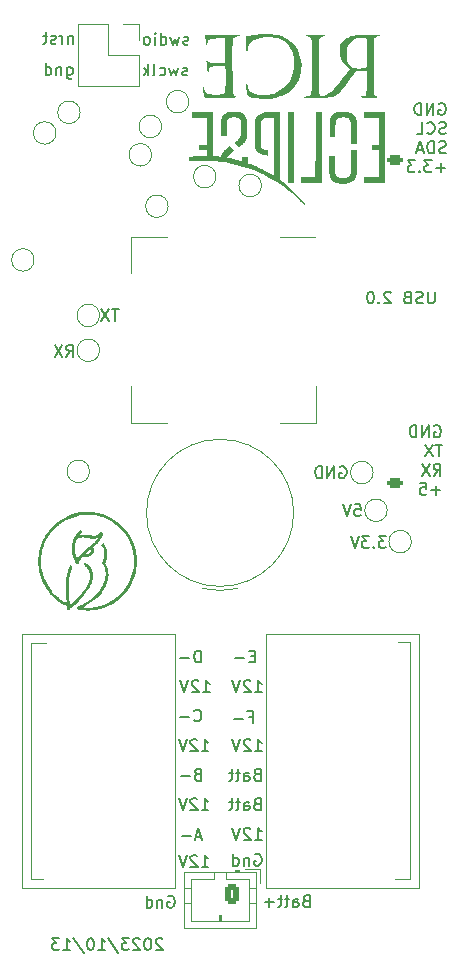
<source format=gbr>
%TF.GenerationSoftware,KiCad,Pcbnew,7.0.2-0*%
%TF.CreationDate,2023-10-14T01:58:59-05:00*%
%TF.ProjectId,Flight Computer,466c6967-6874-4204-936f-6d7075746572,1.1*%
%TF.SameCoordinates,Original*%
%TF.FileFunction,Legend,Bot*%
%TF.FilePolarity,Positive*%
%FSLAX46Y46*%
G04 Gerber Fmt 4.6, Leading zero omitted, Abs format (unit mm)*
G04 Created by KiCad (PCBNEW 7.0.2-0) date 2023-10-14 01:58:59*
%MOMM*%
%LPD*%
G01*
G04 APERTURE LIST*
G04 Aperture macros list*
%AMRoundRect*
0 Rectangle with rounded corners*
0 $1 Rounding radius*
0 $2 $3 $4 $5 $6 $7 $8 $9 X,Y pos of 4 corners*
0 Add a 4 corners polygon primitive as box body*
4,1,4,$2,$3,$4,$5,$6,$7,$8,$9,$2,$3,0*
0 Add four circle primitives for the rounded corners*
1,1,$1+$1,$2,$3*
1,1,$1+$1,$4,$5*
1,1,$1+$1,$6,$7*
1,1,$1+$1,$8,$9*
0 Add four rect primitives between the rounded corners*
20,1,$1+$1,$2,$3,$4,$5,0*
20,1,$1+$1,$4,$5,$6,$7,0*
20,1,$1+$1,$6,$7,$8,$9,0*
20,1,$1+$1,$8,$9,$2,$3,0*%
G04 Aperture macros list end*
%ADD10C,0.153000*%
%ADD11C,0.120000*%
%ADD12C,0.100000*%
%ADD13C,0.050000*%
%ADD14RoundRect,0.200000X0.450000X-0.200000X0.450000X0.200000X-0.450000X0.200000X-0.450000X-0.200000X0*%
%ADD15O,1.300000X0.800000*%
%ADD16C,2.200000*%
%ADD17C,0.650000*%
%ADD18O,2.100000X1.000000*%
%ADD19O,1.800000X1.000000*%
%ADD20C,0.600000*%
%ADD21C,1.500000*%
%ADD22RoundRect,0.250000X0.350000X0.625000X-0.350000X0.625000X-0.350000X-0.625000X0.350000X-0.625000X0*%
%ADD23O,1.200000X1.750000*%
%ADD24C,1.600000*%
%ADD25C,1.524000*%
%ADD26R,3.000000X1.500000*%
%ADD27R,1.500000X3.000000*%
%ADD28R,2.000000X2.000000*%
%ADD29C,2.000000*%
%ADD30R,1.700000X1.700000*%
%ADD31O,1.700000X1.700000*%
G04 APERTURE END LIST*
D10*
X150378571Y-127853809D02*
X150235714Y-127901428D01*
X150235714Y-127901428D02*
X150188095Y-127949047D01*
X150188095Y-127949047D02*
X150140476Y-128044285D01*
X150140476Y-128044285D02*
X150140476Y-128187142D01*
X150140476Y-128187142D02*
X150188095Y-128282380D01*
X150188095Y-128282380D02*
X150235714Y-128330000D01*
X150235714Y-128330000D02*
X150330952Y-128377619D01*
X150330952Y-128377619D02*
X150711904Y-128377619D01*
X150711904Y-128377619D02*
X150711904Y-127377619D01*
X150711904Y-127377619D02*
X150378571Y-127377619D01*
X150378571Y-127377619D02*
X150283333Y-127425238D01*
X150283333Y-127425238D02*
X150235714Y-127472857D01*
X150235714Y-127472857D02*
X150188095Y-127568095D01*
X150188095Y-127568095D02*
X150188095Y-127663333D01*
X150188095Y-127663333D02*
X150235714Y-127758571D01*
X150235714Y-127758571D02*
X150283333Y-127806190D01*
X150283333Y-127806190D02*
X150378571Y-127853809D01*
X150378571Y-127853809D02*
X150711904Y-127853809D01*
X149711904Y-127996666D02*
X148950000Y-127996666D01*
X155238095Y-125877619D02*
X155809523Y-125877619D01*
X155523809Y-125877619D02*
X155523809Y-124877619D01*
X155523809Y-124877619D02*
X155619047Y-125020476D01*
X155619047Y-125020476D02*
X155714285Y-125115714D01*
X155714285Y-125115714D02*
X155809523Y-125163333D01*
X154857142Y-124972857D02*
X154809523Y-124925238D01*
X154809523Y-124925238D02*
X154714285Y-124877619D01*
X154714285Y-124877619D02*
X154476190Y-124877619D01*
X154476190Y-124877619D02*
X154380952Y-124925238D01*
X154380952Y-124925238D02*
X154333333Y-124972857D01*
X154333333Y-124972857D02*
X154285714Y-125068095D01*
X154285714Y-125068095D02*
X154285714Y-125163333D01*
X154285714Y-125163333D02*
X154333333Y-125306190D01*
X154333333Y-125306190D02*
X154904761Y-125877619D01*
X154904761Y-125877619D02*
X154285714Y-125877619D01*
X153999999Y-124877619D02*
X153666666Y-125877619D01*
X153666666Y-125877619D02*
X153333333Y-124877619D01*
X155261904Y-117853809D02*
X154928571Y-117853809D01*
X154785714Y-118377619D02*
X155261904Y-118377619D01*
X155261904Y-118377619D02*
X155261904Y-117377619D01*
X155261904Y-117377619D02*
X154785714Y-117377619D01*
X154357142Y-117996666D02*
X153595238Y-117996666D01*
X166357142Y-107677619D02*
X165738095Y-107677619D01*
X165738095Y-107677619D02*
X166071428Y-108058571D01*
X166071428Y-108058571D02*
X165928571Y-108058571D01*
X165928571Y-108058571D02*
X165833333Y-108106190D01*
X165833333Y-108106190D02*
X165785714Y-108153809D01*
X165785714Y-108153809D02*
X165738095Y-108249047D01*
X165738095Y-108249047D02*
X165738095Y-108487142D01*
X165738095Y-108487142D02*
X165785714Y-108582380D01*
X165785714Y-108582380D02*
X165833333Y-108630000D01*
X165833333Y-108630000D02*
X165928571Y-108677619D01*
X165928571Y-108677619D02*
X166214285Y-108677619D01*
X166214285Y-108677619D02*
X166309523Y-108630000D01*
X166309523Y-108630000D02*
X166357142Y-108582380D01*
X165309523Y-108582380D02*
X165261904Y-108630000D01*
X165261904Y-108630000D02*
X165309523Y-108677619D01*
X165309523Y-108677619D02*
X165357142Y-108630000D01*
X165357142Y-108630000D02*
X165309523Y-108582380D01*
X165309523Y-108582380D02*
X165309523Y-108677619D01*
X164928571Y-107677619D02*
X164309524Y-107677619D01*
X164309524Y-107677619D02*
X164642857Y-108058571D01*
X164642857Y-108058571D02*
X164500000Y-108058571D01*
X164500000Y-108058571D02*
X164404762Y-108106190D01*
X164404762Y-108106190D02*
X164357143Y-108153809D01*
X164357143Y-108153809D02*
X164309524Y-108249047D01*
X164309524Y-108249047D02*
X164309524Y-108487142D01*
X164309524Y-108487142D02*
X164357143Y-108582380D01*
X164357143Y-108582380D02*
X164404762Y-108630000D01*
X164404762Y-108630000D02*
X164500000Y-108677619D01*
X164500000Y-108677619D02*
X164785714Y-108677619D01*
X164785714Y-108677619D02*
X164880952Y-108630000D01*
X164880952Y-108630000D02*
X164928571Y-108582380D01*
X164023809Y-107677619D02*
X163690476Y-108677619D01*
X163690476Y-108677619D02*
X163357143Y-107677619D01*
X150090476Y-123282380D02*
X150138095Y-123330000D01*
X150138095Y-123330000D02*
X150280952Y-123377619D01*
X150280952Y-123377619D02*
X150376190Y-123377619D01*
X150376190Y-123377619D02*
X150519047Y-123330000D01*
X150519047Y-123330000D02*
X150614285Y-123234761D01*
X150614285Y-123234761D02*
X150661904Y-123139523D01*
X150661904Y-123139523D02*
X150709523Y-122949047D01*
X150709523Y-122949047D02*
X150709523Y-122806190D01*
X150709523Y-122806190D02*
X150661904Y-122615714D01*
X150661904Y-122615714D02*
X150614285Y-122520476D01*
X150614285Y-122520476D02*
X150519047Y-122425238D01*
X150519047Y-122425238D02*
X150376190Y-122377619D01*
X150376190Y-122377619D02*
X150280952Y-122377619D01*
X150280952Y-122377619D02*
X150138095Y-122425238D01*
X150138095Y-122425238D02*
X150090476Y-122472857D01*
X149661904Y-122996666D02*
X148900000Y-122996666D01*
X163685714Y-104977619D02*
X164161904Y-104977619D01*
X164161904Y-104977619D02*
X164209523Y-105453809D01*
X164209523Y-105453809D02*
X164161904Y-105406190D01*
X164161904Y-105406190D02*
X164066666Y-105358571D01*
X164066666Y-105358571D02*
X163828571Y-105358571D01*
X163828571Y-105358571D02*
X163733333Y-105406190D01*
X163733333Y-105406190D02*
X163685714Y-105453809D01*
X163685714Y-105453809D02*
X163638095Y-105549047D01*
X163638095Y-105549047D02*
X163638095Y-105787142D01*
X163638095Y-105787142D02*
X163685714Y-105882380D01*
X163685714Y-105882380D02*
X163733333Y-105930000D01*
X163733333Y-105930000D02*
X163828571Y-105977619D01*
X163828571Y-105977619D02*
X164066666Y-105977619D01*
X164066666Y-105977619D02*
X164161904Y-105930000D01*
X164161904Y-105930000D02*
X164209523Y-105882380D01*
X163352380Y-104977619D02*
X163019047Y-105977619D01*
X163019047Y-105977619D02*
X162685714Y-104977619D01*
X170438095Y-98365238D02*
X170533333Y-98317619D01*
X170533333Y-98317619D02*
X170676190Y-98317619D01*
X170676190Y-98317619D02*
X170819047Y-98365238D01*
X170819047Y-98365238D02*
X170914285Y-98460476D01*
X170914285Y-98460476D02*
X170961904Y-98555714D01*
X170961904Y-98555714D02*
X171009523Y-98746190D01*
X171009523Y-98746190D02*
X171009523Y-98889047D01*
X171009523Y-98889047D02*
X170961904Y-99079523D01*
X170961904Y-99079523D02*
X170914285Y-99174761D01*
X170914285Y-99174761D02*
X170819047Y-99270000D01*
X170819047Y-99270000D02*
X170676190Y-99317619D01*
X170676190Y-99317619D02*
X170580952Y-99317619D01*
X170580952Y-99317619D02*
X170438095Y-99270000D01*
X170438095Y-99270000D02*
X170390476Y-99222380D01*
X170390476Y-99222380D02*
X170390476Y-98889047D01*
X170390476Y-98889047D02*
X170580952Y-98889047D01*
X169961904Y-99317619D02*
X169961904Y-98317619D01*
X169961904Y-98317619D02*
X169390476Y-99317619D01*
X169390476Y-99317619D02*
X169390476Y-98317619D01*
X168914285Y-99317619D02*
X168914285Y-98317619D01*
X168914285Y-98317619D02*
X168676190Y-98317619D01*
X168676190Y-98317619D02*
X168533333Y-98365238D01*
X168533333Y-98365238D02*
X168438095Y-98460476D01*
X168438095Y-98460476D02*
X168390476Y-98555714D01*
X168390476Y-98555714D02*
X168342857Y-98746190D01*
X168342857Y-98746190D02*
X168342857Y-98889047D01*
X168342857Y-98889047D02*
X168390476Y-99079523D01*
X168390476Y-99079523D02*
X168438095Y-99174761D01*
X168438095Y-99174761D02*
X168533333Y-99270000D01*
X168533333Y-99270000D02*
X168676190Y-99317619D01*
X168676190Y-99317619D02*
X168914285Y-99317619D01*
X171104761Y-99937619D02*
X170533333Y-99937619D01*
X170819047Y-100937619D02*
X170819047Y-99937619D01*
X170295237Y-99937619D02*
X169628571Y-100937619D01*
X169628571Y-99937619D02*
X170295237Y-100937619D01*
X170390476Y-102557619D02*
X170723809Y-102081428D01*
X170961904Y-102557619D02*
X170961904Y-101557619D01*
X170961904Y-101557619D02*
X170580952Y-101557619D01*
X170580952Y-101557619D02*
X170485714Y-101605238D01*
X170485714Y-101605238D02*
X170438095Y-101652857D01*
X170438095Y-101652857D02*
X170390476Y-101748095D01*
X170390476Y-101748095D02*
X170390476Y-101890952D01*
X170390476Y-101890952D02*
X170438095Y-101986190D01*
X170438095Y-101986190D02*
X170485714Y-102033809D01*
X170485714Y-102033809D02*
X170580952Y-102081428D01*
X170580952Y-102081428D02*
X170961904Y-102081428D01*
X170057142Y-101557619D02*
X169390476Y-102557619D01*
X169390476Y-101557619D02*
X170057142Y-102557619D01*
X170961904Y-103796666D02*
X170200000Y-103796666D01*
X170580952Y-104177619D02*
X170580952Y-103415714D01*
X169247619Y-103177619D02*
X169723809Y-103177619D01*
X169723809Y-103177619D02*
X169771428Y-103653809D01*
X169771428Y-103653809D02*
X169723809Y-103606190D01*
X169723809Y-103606190D02*
X169628571Y-103558571D01*
X169628571Y-103558571D02*
X169390476Y-103558571D01*
X169390476Y-103558571D02*
X169295238Y-103606190D01*
X169295238Y-103606190D02*
X169247619Y-103653809D01*
X169247619Y-103653809D02*
X169200000Y-103749047D01*
X169200000Y-103749047D02*
X169200000Y-103987142D01*
X169200000Y-103987142D02*
X169247619Y-104082380D01*
X169247619Y-104082380D02*
X169295238Y-104130000D01*
X169295238Y-104130000D02*
X169390476Y-104177619D01*
X169390476Y-104177619D02*
X169628571Y-104177619D01*
X169628571Y-104177619D02*
X169723809Y-104130000D01*
X169723809Y-104130000D02*
X169771428Y-104082380D01*
X150738095Y-130877619D02*
X151309523Y-130877619D01*
X151023809Y-130877619D02*
X151023809Y-129877619D01*
X151023809Y-129877619D02*
X151119047Y-130020476D01*
X151119047Y-130020476D02*
X151214285Y-130115714D01*
X151214285Y-130115714D02*
X151309523Y-130163333D01*
X150357142Y-129972857D02*
X150309523Y-129925238D01*
X150309523Y-129925238D02*
X150214285Y-129877619D01*
X150214285Y-129877619D02*
X149976190Y-129877619D01*
X149976190Y-129877619D02*
X149880952Y-129925238D01*
X149880952Y-129925238D02*
X149833333Y-129972857D01*
X149833333Y-129972857D02*
X149785714Y-130068095D01*
X149785714Y-130068095D02*
X149785714Y-130163333D01*
X149785714Y-130163333D02*
X149833333Y-130306190D01*
X149833333Y-130306190D02*
X150404761Y-130877619D01*
X150404761Y-130877619D02*
X149785714Y-130877619D01*
X149499999Y-129877619D02*
X149166666Y-130877619D01*
X149166666Y-130877619D02*
X148833333Y-129877619D01*
X139861904Y-65310952D02*
X139861904Y-65977619D01*
X139861904Y-65406190D02*
X139814285Y-65358571D01*
X139814285Y-65358571D02*
X139719047Y-65310952D01*
X139719047Y-65310952D02*
X139576190Y-65310952D01*
X139576190Y-65310952D02*
X139480952Y-65358571D01*
X139480952Y-65358571D02*
X139433333Y-65453809D01*
X139433333Y-65453809D02*
X139433333Y-65977619D01*
X138957142Y-65977619D02*
X138957142Y-65310952D01*
X138957142Y-65501428D02*
X138909523Y-65406190D01*
X138909523Y-65406190D02*
X138861904Y-65358571D01*
X138861904Y-65358571D02*
X138766666Y-65310952D01*
X138766666Y-65310952D02*
X138671428Y-65310952D01*
X138385713Y-65930000D02*
X138290475Y-65977619D01*
X138290475Y-65977619D02*
X138099999Y-65977619D01*
X138099999Y-65977619D02*
X138004761Y-65930000D01*
X138004761Y-65930000D02*
X137957142Y-65834761D01*
X137957142Y-65834761D02*
X137957142Y-65787142D01*
X137957142Y-65787142D02*
X138004761Y-65691904D01*
X138004761Y-65691904D02*
X138099999Y-65644285D01*
X138099999Y-65644285D02*
X138242856Y-65644285D01*
X138242856Y-65644285D02*
X138338094Y-65596666D01*
X138338094Y-65596666D02*
X138385713Y-65501428D01*
X138385713Y-65501428D02*
X138385713Y-65453809D01*
X138385713Y-65453809D02*
X138338094Y-65358571D01*
X138338094Y-65358571D02*
X138242856Y-65310952D01*
X138242856Y-65310952D02*
X138099999Y-65310952D01*
X138099999Y-65310952D02*
X138004761Y-65358571D01*
X137671427Y-65310952D02*
X137290475Y-65310952D01*
X137528570Y-64977619D02*
X137528570Y-65834761D01*
X137528570Y-65834761D02*
X137480951Y-65930000D01*
X137480951Y-65930000D02*
X137385713Y-65977619D01*
X137385713Y-65977619D02*
X137290475Y-65977619D01*
X155238095Y-134625238D02*
X155333333Y-134577619D01*
X155333333Y-134577619D02*
X155476190Y-134577619D01*
X155476190Y-134577619D02*
X155619047Y-134625238D01*
X155619047Y-134625238D02*
X155714285Y-134720476D01*
X155714285Y-134720476D02*
X155761904Y-134815714D01*
X155761904Y-134815714D02*
X155809523Y-135006190D01*
X155809523Y-135006190D02*
X155809523Y-135149047D01*
X155809523Y-135149047D02*
X155761904Y-135339523D01*
X155761904Y-135339523D02*
X155714285Y-135434761D01*
X155714285Y-135434761D02*
X155619047Y-135530000D01*
X155619047Y-135530000D02*
X155476190Y-135577619D01*
X155476190Y-135577619D02*
X155380952Y-135577619D01*
X155380952Y-135577619D02*
X155238095Y-135530000D01*
X155238095Y-135530000D02*
X155190476Y-135482380D01*
X155190476Y-135482380D02*
X155190476Y-135149047D01*
X155190476Y-135149047D02*
X155380952Y-135149047D01*
X154761904Y-134910952D02*
X154761904Y-135577619D01*
X154761904Y-135006190D02*
X154714285Y-134958571D01*
X154714285Y-134958571D02*
X154619047Y-134910952D01*
X154619047Y-134910952D02*
X154476190Y-134910952D01*
X154476190Y-134910952D02*
X154380952Y-134958571D01*
X154380952Y-134958571D02*
X154333333Y-135053809D01*
X154333333Y-135053809D02*
X154333333Y-135577619D01*
X153428571Y-135577619D02*
X153428571Y-134577619D01*
X153428571Y-135530000D02*
X153523809Y-135577619D01*
X153523809Y-135577619D02*
X153714285Y-135577619D01*
X153714285Y-135577619D02*
X153809523Y-135530000D01*
X153809523Y-135530000D02*
X153857142Y-135482380D01*
X153857142Y-135482380D02*
X153904761Y-135387142D01*
X153904761Y-135387142D02*
X153904761Y-135101428D01*
X153904761Y-135101428D02*
X153857142Y-135006190D01*
X153857142Y-135006190D02*
X153809523Y-134958571D01*
X153809523Y-134958571D02*
X153714285Y-134910952D01*
X153714285Y-134910952D02*
X153523809Y-134910952D01*
X153523809Y-134910952D02*
X153428571Y-134958571D01*
X150738095Y-125877619D02*
X151309523Y-125877619D01*
X151023809Y-125877619D02*
X151023809Y-124877619D01*
X151023809Y-124877619D02*
X151119047Y-125020476D01*
X151119047Y-125020476D02*
X151214285Y-125115714D01*
X151214285Y-125115714D02*
X151309523Y-125163333D01*
X150357142Y-124972857D02*
X150309523Y-124925238D01*
X150309523Y-124925238D02*
X150214285Y-124877619D01*
X150214285Y-124877619D02*
X149976190Y-124877619D01*
X149976190Y-124877619D02*
X149880952Y-124925238D01*
X149880952Y-124925238D02*
X149833333Y-124972857D01*
X149833333Y-124972857D02*
X149785714Y-125068095D01*
X149785714Y-125068095D02*
X149785714Y-125163333D01*
X149785714Y-125163333D02*
X149833333Y-125306190D01*
X149833333Y-125306190D02*
X150404761Y-125877619D01*
X150404761Y-125877619D02*
X149785714Y-125877619D01*
X149499999Y-124877619D02*
X149166666Y-125877619D01*
X149166666Y-125877619D02*
X148833333Y-124877619D01*
X150661904Y-118377619D02*
X150661904Y-117377619D01*
X150661904Y-117377619D02*
X150423809Y-117377619D01*
X150423809Y-117377619D02*
X150280952Y-117425238D01*
X150280952Y-117425238D02*
X150185714Y-117520476D01*
X150185714Y-117520476D02*
X150138095Y-117615714D01*
X150138095Y-117615714D02*
X150090476Y-117806190D01*
X150090476Y-117806190D02*
X150090476Y-117949047D01*
X150090476Y-117949047D02*
X150138095Y-118139523D01*
X150138095Y-118139523D02*
X150185714Y-118234761D01*
X150185714Y-118234761D02*
X150280952Y-118330000D01*
X150280952Y-118330000D02*
X150423809Y-118377619D01*
X150423809Y-118377619D02*
X150661904Y-118377619D01*
X149661904Y-117996666D02*
X148900000Y-117996666D01*
X170838095Y-71065238D02*
X170933333Y-71017619D01*
X170933333Y-71017619D02*
X171076190Y-71017619D01*
X171076190Y-71017619D02*
X171219047Y-71065238D01*
X171219047Y-71065238D02*
X171314285Y-71160476D01*
X171314285Y-71160476D02*
X171361904Y-71255714D01*
X171361904Y-71255714D02*
X171409523Y-71446190D01*
X171409523Y-71446190D02*
X171409523Y-71589047D01*
X171409523Y-71589047D02*
X171361904Y-71779523D01*
X171361904Y-71779523D02*
X171314285Y-71874761D01*
X171314285Y-71874761D02*
X171219047Y-71970000D01*
X171219047Y-71970000D02*
X171076190Y-72017619D01*
X171076190Y-72017619D02*
X170980952Y-72017619D01*
X170980952Y-72017619D02*
X170838095Y-71970000D01*
X170838095Y-71970000D02*
X170790476Y-71922380D01*
X170790476Y-71922380D02*
X170790476Y-71589047D01*
X170790476Y-71589047D02*
X170980952Y-71589047D01*
X170361904Y-72017619D02*
X170361904Y-71017619D01*
X170361904Y-71017619D02*
X169790476Y-72017619D01*
X169790476Y-72017619D02*
X169790476Y-71017619D01*
X169314285Y-72017619D02*
X169314285Y-71017619D01*
X169314285Y-71017619D02*
X169076190Y-71017619D01*
X169076190Y-71017619D02*
X168933333Y-71065238D01*
X168933333Y-71065238D02*
X168838095Y-71160476D01*
X168838095Y-71160476D02*
X168790476Y-71255714D01*
X168790476Y-71255714D02*
X168742857Y-71446190D01*
X168742857Y-71446190D02*
X168742857Y-71589047D01*
X168742857Y-71589047D02*
X168790476Y-71779523D01*
X168790476Y-71779523D02*
X168838095Y-71874761D01*
X168838095Y-71874761D02*
X168933333Y-71970000D01*
X168933333Y-71970000D02*
X169076190Y-72017619D01*
X169076190Y-72017619D02*
X169314285Y-72017619D01*
X171409523Y-73590000D02*
X171266666Y-73637619D01*
X171266666Y-73637619D02*
X171028571Y-73637619D01*
X171028571Y-73637619D02*
X170933333Y-73590000D01*
X170933333Y-73590000D02*
X170885714Y-73542380D01*
X170885714Y-73542380D02*
X170838095Y-73447142D01*
X170838095Y-73447142D02*
X170838095Y-73351904D01*
X170838095Y-73351904D02*
X170885714Y-73256666D01*
X170885714Y-73256666D02*
X170933333Y-73209047D01*
X170933333Y-73209047D02*
X171028571Y-73161428D01*
X171028571Y-73161428D02*
X171219047Y-73113809D01*
X171219047Y-73113809D02*
X171314285Y-73066190D01*
X171314285Y-73066190D02*
X171361904Y-73018571D01*
X171361904Y-73018571D02*
X171409523Y-72923333D01*
X171409523Y-72923333D02*
X171409523Y-72828095D01*
X171409523Y-72828095D02*
X171361904Y-72732857D01*
X171361904Y-72732857D02*
X171314285Y-72685238D01*
X171314285Y-72685238D02*
X171219047Y-72637619D01*
X171219047Y-72637619D02*
X170980952Y-72637619D01*
X170980952Y-72637619D02*
X170838095Y-72685238D01*
X169838095Y-73542380D02*
X169885714Y-73590000D01*
X169885714Y-73590000D02*
X170028571Y-73637619D01*
X170028571Y-73637619D02*
X170123809Y-73637619D01*
X170123809Y-73637619D02*
X170266666Y-73590000D01*
X170266666Y-73590000D02*
X170361904Y-73494761D01*
X170361904Y-73494761D02*
X170409523Y-73399523D01*
X170409523Y-73399523D02*
X170457142Y-73209047D01*
X170457142Y-73209047D02*
X170457142Y-73066190D01*
X170457142Y-73066190D02*
X170409523Y-72875714D01*
X170409523Y-72875714D02*
X170361904Y-72780476D01*
X170361904Y-72780476D02*
X170266666Y-72685238D01*
X170266666Y-72685238D02*
X170123809Y-72637619D01*
X170123809Y-72637619D02*
X170028571Y-72637619D01*
X170028571Y-72637619D02*
X169885714Y-72685238D01*
X169885714Y-72685238D02*
X169838095Y-72732857D01*
X168933333Y-73637619D02*
X169409523Y-73637619D01*
X169409523Y-73637619D02*
X169409523Y-72637619D01*
X171409523Y-75210000D02*
X171266666Y-75257619D01*
X171266666Y-75257619D02*
X171028571Y-75257619D01*
X171028571Y-75257619D02*
X170933333Y-75210000D01*
X170933333Y-75210000D02*
X170885714Y-75162380D01*
X170885714Y-75162380D02*
X170838095Y-75067142D01*
X170838095Y-75067142D02*
X170838095Y-74971904D01*
X170838095Y-74971904D02*
X170885714Y-74876666D01*
X170885714Y-74876666D02*
X170933333Y-74829047D01*
X170933333Y-74829047D02*
X171028571Y-74781428D01*
X171028571Y-74781428D02*
X171219047Y-74733809D01*
X171219047Y-74733809D02*
X171314285Y-74686190D01*
X171314285Y-74686190D02*
X171361904Y-74638571D01*
X171361904Y-74638571D02*
X171409523Y-74543333D01*
X171409523Y-74543333D02*
X171409523Y-74448095D01*
X171409523Y-74448095D02*
X171361904Y-74352857D01*
X171361904Y-74352857D02*
X171314285Y-74305238D01*
X171314285Y-74305238D02*
X171219047Y-74257619D01*
X171219047Y-74257619D02*
X170980952Y-74257619D01*
X170980952Y-74257619D02*
X170838095Y-74305238D01*
X170409523Y-75257619D02*
X170409523Y-74257619D01*
X170409523Y-74257619D02*
X170171428Y-74257619D01*
X170171428Y-74257619D02*
X170028571Y-74305238D01*
X170028571Y-74305238D02*
X169933333Y-74400476D01*
X169933333Y-74400476D02*
X169885714Y-74495714D01*
X169885714Y-74495714D02*
X169838095Y-74686190D01*
X169838095Y-74686190D02*
X169838095Y-74829047D01*
X169838095Y-74829047D02*
X169885714Y-75019523D01*
X169885714Y-75019523D02*
X169933333Y-75114761D01*
X169933333Y-75114761D02*
X170028571Y-75210000D01*
X170028571Y-75210000D02*
X170171428Y-75257619D01*
X170171428Y-75257619D02*
X170409523Y-75257619D01*
X169457142Y-74971904D02*
X168980952Y-74971904D01*
X169552380Y-75257619D02*
X169219047Y-74257619D01*
X169219047Y-74257619D02*
X168885714Y-75257619D01*
X171361904Y-76496666D02*
X170600000Y-76496666D01*
X170980952Y-76877619D02*
X170980952Y-76115714D01*
X170219047Y-75877619D02*
X169600000Y-75877619D01*
X169600000Y-75877619D02*
X169933333Y-76258571D01*
X169933333Y-76258571D02*
X169790476Y-76258571D01*
X169790476Y-76258571D02*
X169695238Y-76306190D01*
X169695238Y-76306190D02*
X169647619Y-76353809D01*
X169647619Y-76353809D02*
X169600000Y-76449047D01*
X169600000Y-76449047D02*
X169600000Y-76687142D01*
X169600000Y-76687142D02*
X169647619Y-76782380D01*
X169647619Y-76782380D02*
X169695238Y-76830000D01*
X169695238Y-76830000D02*
X169790476Y-76877619D01*
X169790476Y-76877619D02*
X170076190Y-76877619D01*
X170076190Y-76877619D02*
X170171428Y-76830000D01*
X170171428Y-76830000D02*
X170219047Y-76782380D01*
X169171428Y-76782380D02*
X169123809Y-76830000D01*
X169123809Y-76830000D02*
X169171428Y-76877619D01*
X169171428Y-76877619D02*
X169219047Y-76830000D01*
X169219047Y-76830000D02*
X169171428Y-76782380D01*
X169171428Y-76782380D02*
X169171428Y-76877619D01*
X168790476Y-75877619D02*
X168171429Y-75877619D01*
X168171429Y-75877619D02*
X168504762Y-76258571D01*
X168504762Y-76258571D02*
X168361905Y-76258571D01*
X168361905Y-76258571D02*
X168266667Y-76306190D01*
X168266667Y-76306190D02*
X168219048Y-76353809D01*
X168219048Y-76353809D02*
X168171429Y-76449047D01*
X168171429Y-76449047D02*
X168171429Y-76687142D01*
X168171429Y-76687142D02*
X168219048Y-76782380D01*
X168219048Y-76782380D02*
X168266667Y-76830000D01*
X168266667Y-76830000D02*
X168361905Y-76877619D01*
X168361905Y-76877619D02*
X168647619Y-76877619D01*
X168647619Y-76877619D02*
X168742857Y-76830000D01*
X168742857Y-76830000D02*
X168790476Y-76782380D01*
X155238095Y-120877619D02*
X155809523Y-120877619D01*
X155523809Y-120877619D02*
X155523809Y-119877619D01*
X155523809Y-119877619D02*
X155619047Y-120020476D01*
X155619047Y-120020476D02*
X155714285Y-120115714D01*
X155714285Y-120115714D02*
X155809523Y-120163333D01*
X154857142Y-119972857D02*
X154809523Y-119925238D01*
X154809523Y-119925238D02*
X154714285Y-119877619D01*
X154714285Y-119877619D02*
X154476190Y-119877619D01*
X154476190Y-119877619D02*
X154380952Y-119925238D01*
X154380952Y-119925238D02*
X154333333Y-119972857D01*
X154333333Y-119972857D02*
X154285714Y-120068095D01*
X154285714Y-120068095D02*
X154285714Y-120163333D01*
X154285714Y-120163333D02*
X154333333Y-120306190D01*
X154333333Y-120306190D02*
X154904761Y-120877619D01*
X154904761Y-120877619D02*
X154285714Y-120877619D01*
X153999999Y-119877619D02*
X153666666Y-120877619D01*
X153666666Y-120877619D02*
X153333333Y-119877619D01*
X139290476Y-92477619D02*
X139623809Y-92001428D01*
X139861904Y-92477619D02*
X139861904Y-91477619D01*
X139861904Y-91477619D02*
X139480952Y-91477619D01*
X139480952Y-91477619D02*
X139385714Y-91525238D01*
X139385714Y-91525238D02*
X139338095Y-91572857D01*
X139338095Y-91572857D02*
X139290476Y-91668095D01*
X139290476Y-91668095D02*
X139290476Y-91810952D01*
X139290476Y-91810952D02*
X139338095Y-91906190D01*
X139338095Y-91906190D02*
X139385714Y-91953809D01*
X139385714Y-91953809D02*
X139480952Y-92001428D01*
X139480952Y-92001428D02*
X139861904Y-92001428D01*
X138957142Y-91477619D02*
X138290476Y-92477619D01*
X138290476Y-91477619D02*
X138957142Y-92477619D01*
X154728571Y-123003809D02*
X155061904Y-123003809D01*
X155061904Y-123527619D02*
X155061904Y-122527619D01*
X155061904Y-122527619D02*
X154585714Y-122527619D01*
X154204761Y-123146666D02*
X153442857Y-123146666D01*
X139333333Y-67960952D02*
X139333333Y-68770476D01*
X139333333Y-68770476D02*
X139380952Y-68865714D01*
X139380952Y-68865714D02*
X139428571Y-68913333D01*
X139428571Y-68913333D02*
X139523809Y-68960952D01*
X139523809Y-68960952D02*
X139666666Y-68960952D01*
X139666666Y-68960952D02*
X139761904Y-68913333D01*
X139333333Y-68580000D02*
X139428571Y-68627619D01*
X139428571Y-68627619D02*
X139619047Y-68627619D01*
X139619047Y-68627619D02*
X139714285Y-68580000D01*
X139714285Y-68580000D02*
X139761904Y-68532380D01*
X139761904Y-68532380D02*
X139809523Y-68437142D01*
X139809523Y-68437142D02*
X139809523Y-68151428D01*
X139809523Y-68151428D02*
X139761904Y-68056190D01*
X139761904Y-68056190D02*
X139714285Y-68008571D01*
X139714285Y-68008571D02*
X139619047Y-67960952D01*
X139619047Y-67960952D02*
X139428571Y-67960952D01*
X139428571Y-67960952D02*
X139333333Y-68008571D01*
X138857142Y-67960952D02*
X138857142Y-68627619D01*
X138857142Y-68056190D02*
X138809523Y-68008571D01*
X138809523Y-68008571D02*
X138714285Y-67960952D01*
X138714285Y-67960952D02*
X138571428Y-67960952D01*
X138571428Y-67960952D02*
X138476190Y-68008571D01*
X138476190Y-68008571D02*
X138428571Y-68103809D01*
X138428571Y-68103809D02*
X138428571Y-68627619D01*
X137523809Y-68627619D02*
X137523809Y-67627619D01*
X137523809Y-68580000D02*
X137619047Y-68627619D01*
X137619047Y-68627619D02*
X137809523Y-68627619D01*
X137809523Y-68627619D02*
X137904761Y-68580000D01*
X137904761Y-68580000D02*
X137952380Y-68532380D01*
X137952380Y-68532380D02*
X137999999Y-68437142D01*
X137999999Y-68437142D02*
X137999999Y-68151428D01*
X137999999Y-68151428D02*
X137952380Y-68056190D01*
X137952380Y-68056190D02*
X137904761Y-68008571D01*
X137904761Y-68008571D02*
X137809523Y-67960952D01*
X137809523Y-67960952D02*
X137619047Y-67960952D01*
X137619047Y-67960952D02*
X137523809Y-68008571D01*
X155238095Y-133377619D02*
X155809523Y-133377619D01*
X155523809Y-133377619D02*
X155523809Y-132377619D01*
X155523809Y-132377619D02*
X155619047Y-132520476D01*
X155619047Y-132520476D02*
X155714285Y-132615714D01*
X155714285Y-132615714D02*
X155809523Y-132663333D01*
X154857142Y-132472857D02*
X154809523Y-132425238D01*
X154809523Y-132425238D02*
X154714285Y-132377619D01*
X154714285Y-132377619D02*
X154476190Y-132377619D01*
X154476190Y-132377619D02*
X154380952Y-132425238D01*
X154380952Y-132425238D02*
X154333333Y-132472857D01*
X154333333Y-132472857D02*
X154285714Y-132568095D01*
X154285714Y-132568095D02*
X154285714Y-132663333D01*
X154285714Y-132663333D02*
X154333333Y-132806190D01*
X154333333Y-132806190D02*
X154904761Y-133377619D01*
X154904761Y-133377619D02*
X154285714Y-133377619D01*
X153999999Y-132377619D02*
X153666666Y-133377619D01*
X153666666Y-133377619D02*
X153333333Y-132377619D01*
X150738095Y-135677619D02*
X151309523Y-135677619D01*
X151023809Y-135677619D02*
X151023809Y-134677619D01*
X151023809Y-134677619D02*
X151119047Y-134820476D01*
X151119047Y-134820476D02*
X151214285Y-134915714D01*
X151214285Y-134915714D02*
X151309523Y-134963333D01*
X150357142Y-134772857D02*
X150309523Y-134725238D01*
X150309523Y-134725238D02*
X150214285Y-134677619D01*
X150214285Y-134677619D02*
X149976190Y-134677619D01*
X149976190Y-134677619D02*
X149880952Y-134725238D01*
X149880952Y-134725238D02*
X149833333Y-134772857D01*
X149833333Y-134772857D02*
X149785714Y-134868095D01*
X149785714Y-134868095D02*
X149785714Y-134963333D01*
X149785714Y-134963333D02*
X149833333Y-135106190D01*
X149833333Y-135106190D02*
X150404761Y-135677619D01*
X150404761Y-135677619D02*
X149785714Y-135677619D01*
X149499999Y-134677619D02*
X149166666Y-135677619D01*
X149166666Y-135677619D02*
X148833333Y-134677619D01*
X170461904Y-86977619D02*
X170461904Y-87787142D01*
X170461904Y-87787142D02*
X170414285Y-87882380D01*
X170414285Y-87882380D02*
X170366666Y-87930000D01*
X170366666Y-87930000D02*
X170271428Y-87977619D01*
X170271428Y-87977619D02*
X170080952Y-87977619D01*
X170080952Y-87977619D02*
X169985714Y-87930000D01*
X169985714Y-87930000D02*
X169938095Y-87882380D01*
X169938095Y-87882380D02*
X169890476Y-87787142D01*
X169890476Y-87787142D02*
X169890476Y-86977619D01*
X169461904Y-87930000D02*
X169319047Y-87977619D01*
X169319047Y-87977619D02*
X169080952Y-87977619D01*
X169080952Y-87977619D02*
X168985714Y-87930000D01*
X168985714Y-87930000D02*
X168938095Y-87882380D01*
X168938095Y-87882380D02*
X168890476Y-87787142D01*
X168890476Y-87787142D02*
X168890476Y-87691904D01*
X168890476Y-87691904D02*
X168938095Y-87596666D01*
X168938095Y-87596666D02*
X168985714Y-87549047D01*
X168985714Y-87549047D02*
X169080952Y-87501428D01*
X169080952Y-87501428D02*
X169271428Y-87453809D01*
X169271428Y-87453809D02*
X169366666Y-87406190D01*
X169366666Y-87406190D02*
X169414285Y-87358571D01*
X169414285Y-87358571D02*
X169461904Y-87263333D01*
X169461904Y-87263333D02*
X169461904Y-87168095D01*
X169461904Y-87168095D02*
X169414285Y-87072857D01*
X169414285Y-87072857D02*
X169366666Y-87025238D01*
X169366666Y-87025238D02*
X169271428Y-86977619D01*
X169271428Y-86977619D02*
X169033333Y-86977619D01*
X169033333Y-86977619D02*
X168890476Y-87025238D01*
X168128571Y-87453809D02*
X167985714Y-87501428D01*
X167985714Y-87501428D02*
X167938095Y-87549047D01*
X167938095Y-87549047D02*
X167890476Y-87644285D01*
X167890476Y-87644285D02*
X167890476Y-87787142D01*
X167890476Y-87787142D02*
X167938095Y-87882380D01*
X167938095Y-87882380D02*
X167985714Y-87930000D01*
X167985714Y-87930000D02*
X168080952Y-87977619D01*
X168080952Y-87977619D02*
X168461904Y-87977619D01*
X168461904Y-87977619D02*
X168461904Y-86977619D01*
X168461904Y-86977619D02*
X168128571Y-86977619D01*
X168128571Y-86977619D02*
X168033333Y-87025238D01*
X168033333Y-87025238D02*
X167985714Y-87072857D01*
X167985714Y-87072857D02*
X167938095Y-87168095D01*
X167938095Y-87168095D02*
X167938095Y-87263333D01*
X167938095Y-87263333D02*
X167985714Y-87358571D01*
X167985714Y-87358571D02*
X168033333Y-87406190D01*
X168033333Y-87406190D02*
X168128571Y-87453809D01*
X168128571Y-87453809D02*
X168461904Y-87453809D01*
X166747618Y-87072857D02*
X166699999Y-87025238D01*
X166699999Y-87025238D02*
X166604761Y-86977619D01*
X166604761Y-86977619D02*
X166366666Y-86977619D01*
X166366666Y-86977619D02*
X166271428Y-87025238D01*
X166271428Y-87025238D02*
X166223809Y-87072857D01*
X166223809Y-87072857D02*
X166176190Y-87168095D01*
X166176190Y-87168095D02*
X166176190Y-87263333D01*
X166176190Y-87263333D02*
X166223809Y-87406190D01*
X166223809Y-87406190D02*
X166795237Y-87977619D01*
X166795237Y-87977619D02*
X166176190Y-87977619D01*
X165747618Y-87882380D02*
X165699999Y-87930000D01*
X165699999Y-87930000D02*
X165747618Y-87977619D01*
X165747618Y-87977619D02*
X165795237Y-87930000D01*
X165795237Y-87930000D02*
X165747618Y-87882380D01*
X165747618Y-87882380D02*
X165747618Y-87977619D01*
X165080952Y-86977619D02*
X164985714Y-86977619D01*
X164985714Y-86977619D02*
X164890476Y-87025238D01*
X164890476Y-87025238D02*
X164842857Y-87072857D01*
X164842857Y-87072857D02*
X164795238Y-87168095D01*
X164795238Y-87168095D02*
X164747619Y-87358571D01*
X164747619Y-87358571D02*
X164747619Y-87596666D01*
X164747619Y-87596666D02*
X164795238Y-87787142D01*
X164795238Y-87787142D02*
X164842857Y-87882380D01*
X164842857Y-87882380D02*
X164890476Y-87930000D01*
X164890476Y-87930000D02*
X164985714Y-87977619D01*
X164985714Y-87977619D02*
X165080952Y-87977619D01*
X165080952Y-87977619D02*
X165176190Y-87930000D01*
X165176190Y-87930000D02*
X165223809Y-87882380D01*
X165223809Y-87882380D02*
X165271428Y-87787142D01*
X165271428Y-87787142D02*
X165319047Y-87596666D01*
X165319047Y-87596666D02*
X165319047Y-87358571D01*
X165319047Y-87358571D02*
X165271428Y-87168095D01*
X165271428Y-87168095D02*
X165223809Y-87072857D01*
X165223809Y-87072857D02*
X165176190Y-87025238D01*
X165176190Y-87025238D02*
X165080952Y-86977619D01*
X155428571Y-130353809D02*
X155285714Y-130401428D01*
X155285714Y-130401428D02*
X155238095Y-130449047D01*
X155238095Y-130449047D02*
X155190476Y-130544285D01*
X155190476Y-130544285D02*
X155190476Y-130687142D01*
X155190476Y-130687142D02*
X155238095Y-130782380D01*
X155238095Y-130782380D02*
X155285714Y-130830000D01*
X155285714Y-130830000D02*
X155380952Y-130877619D01*
X155380952Y-130877619D02*
X155761904Y-130877619D01*
X155761904Y-130877619D02*
X155761904Y-129877619D01*
X155761904Y-129877619D02*
X155428571Y-129877619D01*
X155428571Y-129877619D02*
X155333333Y-129925238D01*
X155333333Y-129925238D02*
X155285714Y-129972857D01*
X155285714Y-129972857D02*
X155238095Y-130068095D01*
X155238095Y-130068095D02*
X155238095Y-130163333D01*
X155238095Y-130163333D02*
X155285714Y-130258571D01*
X155285714Y-130258571D02*
X155333333Y-130306190D01*
X155333333Y-130306190D02*
X155428571Y-130353809D01*
X155428571Y-130353809D02*
X155761904Y-130353809D01*
X154333333Y-130877619D02*
X154333333Y-130353809D01*
X154333333Y-130353809D02*
X154380952Y-130258571D01*
X154380952Y-130258571D02*
X154476190Y-130210952D01*
X154476190Y-130210952D02*
X154666666Y-130210952D01*
X154666666Y-130210952D02*
X154761904Y-130258571D01*
X154333333Y-130830000D02*
X154428571Y-130877619D01*
X154428571Y-130877619D02*
X154666666Y-130877619D01*
X154666666Y-130877619D02*
X154761904Y-130830000D01*
X154761904Y-130830000D02*
X154809523Y-130734761D01*
X154809523Y-130734761D02*
X154809523Y-130639523D01*
X154809523Y-130639523D02*
X154761904Y-130544285D01*
X154761904Y-130544285D02*
X154666666Y-130496666D01*
X154666666Y-130496666D02*
X154428571Y-130496666D01*
X154428571Y-130496666D02*
X154333333Y-130449047D01*
X153999999Y-130210952D02*
X153619047Y-130210952D01*
X153857142Y-129877619D02*
X153857142Y-130734761D01*
X153857142Y-130734761D02*
X153809523Y-130830000D01*
X153809523Y-130830000D02*
X153714285Y-130877619D01*
X153714285Y-130877619D02*
X153619047Y-130877619D01*
X153428570Y-130210952D02*
X153047618Y-130210952D01*
X153285713Y-129877619D02*
X153285713Y-130734761D01*
X153285713Y-130734761D02*
X153238094Y-130830000D01*
X153238094Y-130830000D02*
X153142856Y-130877619D01*
X153142856Y-130877619D02*
X153047618Y-130877619D01*
X147888095Y-138175238D02*
X147983333Y-138127619D01*
X147983333Y-138127619D02*
X148126190Y-138127619D01*
X148126190Y-138127619D02*
X148269047Y-138175238D01*
X148269047Y-138175238D02*
X148364285Y-138270476D01*
X148364285Y-138270476D02*
X148411904Y-138365714D01*
X148411904Y-138365714D02*
X148459523Y-138556190D01*
X148459523Y-138556190D02*
X148459523Y-138699047D01*
X148459523Y-138699047D02*
X148411904Y-138889523D01*
X148411904Y-138889523D02*
X148364285Y-138984761D01*
X148364285Y-138984761D02*
X148269047Y-139080000D01*
X148269047Y-139080000D02*
X148126190Y-139127619D01*
X148126190Y-139127619D02*
X148030952Y-139127619D01*
X148030952Y-139127619D02*
X147888095Y-139080000D01*
X147888095Y-139080000D02*
X147840476Y-139032380D01*
X147840476Y-139032380D02*
X147840476Y-138699047D01*
X147840476Y-138699047D02*
X148030952Y-138699047D01*
X147411904Y-138460952D02*
X147411904Y-139127619D01*
X147411904Y-138556190D02*
X147364285Y-138508571D01*
X147364285Y-138508571D02*
X147269047Y-138460952D01*
X147269047Y-138460952D02*
X147126190Y-138460952D01*
X147126190Y-138460952D02*
X147030952Y-138508571D01*
X147030952Y-138508571D02*
X146983333Y-138603809D01*
X146983333Y-138603809D02*
X146983333Y-139127619D01*
X146078571Y-139127619D02*
X146078571Y-138127619D01*
X146078571Y-139080000D02*
X146173809Y-139127619D01*
X146173809Y-139127619D02*
X146364285Y-139127619D01*
X146364285Y-139127619D02*
X146459523Y-139080000D01*
X146459523Y-139080000D02*
X146507142Y-139032380D01*
X146507142Y-139032380D02*
X146554761Y-138937142D01*
X146554761Y-138937142D02*
X146554761Y-138651428D01*
X146554761Y-138651428D02*
X146507142Y-138556190D01*
X146507142Y-138556190D02*
X146459523Y-138508571D01*
X146459523Y-138508571D02*
X146364285Y-138460952D01*
X146364285Y-138460952D02*
X146173809Y-138460952D01*
X146173809Y-138460952D02*
X146078571Y-138508571D01*
X143704761Y-88477619D02*
X143133333Y-88477619D01*
X143419047Y-89477619D02*
X143419047Y-88477619D01*
X142895237Y-88477619D02*
X142228571Y-89477619D01*
X142228571Y-88477619D02*
X142895237Y-89477619D01*
X150838095Y-120877619D02*
X151409523Y-120877619D01*
X151123809Y-120877619D02*
X151123809Y-119877619D01*
X151123809Y-119877619D02*
X151219047Y-120020476D01*
X151219047Y-120020476D02*
X151314285Y-120115714D01*
X151314285Y-120115714D02*
X151409523Y-120163333D01*
X150457142Y-119972857D02*
X150409523Y-119925238D01*
X150409523Y-119925238D02*
X150314285Y-119877619D01*
X150314285Y-119877619D02*
X150076190Y-119877619D01*
X150076190Y-119877619D02*
X149980952Y-119925238D01*
X149980952Y-119925238D02*
X149933333Y-119972857D01*
X149933333Y-119972857D02*
X149885714Y-120068095D01*
X149885714Y-120068095D02*
X149885714Y-120163333D01*
X149885714Y-120163333D02*
X149933333Y-120306190D01*
X149933333Y-120306190D02*
X150504761Y-120877619D01*
X150504761Y-120877619D02*
X149885714Y-120877619D01*
X149599999Y-119877619D02*
X149266666Y-120877619D01*
X149266666Y-120877619D02*
X148933333Y-119877619D01*
X150709523Y-133141904D02*
X150233333Y-133141904D01*
X150804761Y-133427619D02*
X150471428Y-132427619D01*
X150471428Y-132427619D02*
X150138095Y-133427619D01*
X149804761Y-133046666D02*
X149042857Y-133046666D01*
X149609523Y-66030000D02*
X149514285Y-66077619D01*
X149514285Y-66077619D02*
X149323809Y-66077619D01*
X149323809Y-66077619D02*
X149228571Y-66030000D01*
X149228571Y-66030000D02*
X149180952Y-65934761D01*
X149180952Y-65934761D02*
X149180952Y-65887142D01*
X149180952Y-65887142D02*
X149228571Y-65791904D01*
X149228571Y-65791904D02*
X149323809Y-65744285D01*
X149323809Y-65744285D02*
X149466666Y-65744285D01*
X149466666Y-65744285D02*
X149561904Y-65696666D01*
X149561904Y-65696666D02*
X149609523Y-65601428D01*
X149609523Y-65601428D02*
X149609523Y-65553809D01*
X149609523Y-65553809D02*
X149561904Y-65458571D01*
X149561904Y-65458571D02*
X149466666Y-65410952D01*
X149466666Y-65410952D02*
X149323809Y-65410952D01*
X149323809Y-65410952D02*
X149228571Y-65458571D01*
X148847618Y-65410952D02*
X148657142Y-66077619D01*
X148657142Y-66077619D02*
X148466666Y-65601428D01*
X148466666Y-65601428D02*
X148276190Y-66077619D01*
X148276190Y-66077619D02*
X148085714Y-65410952D01*
X147276190Y-66077619D02*
X147276190Y-65077619D01*
X147276190Y-66030000D02*
X147371428Y-66077619D01*
X147371428Y-66077619D02*
X147561904Y-66077619D01*
X147561904Y-66077619D02*
X147657142Y-66030000D01*
X147657142Y-66030000D02*
X147704761Y-65982380D01*
X147704761Y-65982380D02*
X147752380Y-65887142D01*
X147752380Y-65887142D02*
X147752380Y-65601428D01*
X147752380Y-65601428D02*
X147704761Y-65506190D01*
X147704761Y-65506190D02*
X147657142Y-65458571D01*
X147657142Y-65458571D02*
X147561904Y-65410952D01*
X147561904Y-65410952D02*
X147371428Y-65410952D01*
X147371428Y-65410952D02*
X147276190Y-65458571D01*
X146799999Y-66077619D02*
X146799999Y-65410952D01*
X146799999Y-65077619D02*
X146847618Y-65125238D01*
X146847618Y-65125238D02*
X146799999Y-65172857D01*
X146799999Y-65172857D02*
X146752380Y-65125238D01*
X146752380Y-65125238D02*
X146799999Y-65077619D01*
X146799999Y-65077619D02*
X146799999Y-65172857D01*
X146180952Y-66077619D02*
X146276190Y-66030000D01*
X146276190Y-66030000D02*
X146323809Y-65982380D01*
X146323809Y-65982380D02*
X146371428Y-65887142D01*
X146371428Y-65887142D02*
X146371428Y-65601428D01*
X146371428Y-65601428D02*
X146323809Y-65506190D01*
X146323809Y-65506190D02*
X146276190Y-65458571D01*
X146276190Y-65458571D02*
X146180952Y-65410952D01*
X146180952Y-65410952D02*
X146038095Y-65410952D01*
X146038095Y-65410952D02*
X145942857Y-65458571D01*
X145942857Y-65458571D02*
X145895238Y-65506190D01*
X145895238Y-65506190D02*
X145847619Y-65601428D01*
X145847619Y-65601428D02*
X145847619Y-65887142D01*
X145847619Y-65887142D02*
X145895238Y-65982380D01*
X145895238Y-65982380D02*
X145942857Y-66030000D01*
X145942857Y-66030000D02*
X146038095Y-66077619D01*
X146038095Y-66077619D02*
X146180952Y-66077619D01*
X159578571Y-138553809D02*
X159435714Y-138601428D01*
X159435714Y-138601428D02*
X159388095Y-138649047D01*
X159388095Y-138649047D02*
X159340476Y-138744285D01*
X159340476Y-138744285D02*
X159340476Y-138887142D01*
X159340476Y-138887142D02*
X159388095Y-138982380D01*
X159388095Y-138982380D02*
X159435714Y-139030000D01*
X159435714Y-139030000D02*
X159530952Y-139077619D01*
X159530952Y-139077619D02*
X159911904Y-139077619D01*
X159911904Y-139077619D02*
X159911904Y-138077619D01*
X159911904Y-138077619D02*
X159578571Y-138077619D01*
X159578571Y-138077619D02*
X159483333Y-138125238D01*
X159483333Y-138125238D02*
X159435714Y-138172857D01*
X159435714Y-138172857D02*
X159388095Y-138268095D01*
X159388095Y-138268095D02*
X159388095Y-138363333D01*
X159388095Y-138363333D02*
X159435714Y-138458571D01*
X159435714Y-138458571D02*
X159483333Y-138506190D01*
X159483333Y-138506190D02*
X159578571Y-138553809D01*
X159578571Y-138553809D02*
X159911904Y-138553809D01*
X158483333Y-139077619D02*
X158483333Y-138553809D01*
X158483333Y-138553809D02*
X158530952Y-138458571D01*
X158530952Y-138458571D02*
X158626190Y-138410952D01*
X158626190Y-138410952D02*
X158816666Y-138410952D01*
X158816666Y-138410952D02*
X158911904Y-138458571D01*
X158483333Y-139030000D02*
X158578571Y-139077619D01*
X158578571Y-139077619D02*
X158816666Y-139077619D01*
X158816666Y-139077619D02*
X158911904Y-139030000D01*
X158911904Y-139030000D02*
X158959523Y-138934761D01*
X158959523Y-138934761D02*
X158959523Y-138839523D01*
X158959523Y-138839523D02*
X158911904Y-138744285D01*
X158911904Y-138744285D02*
X158816666Y-138696666D01*
X158816666Y-138696666D02*
X158578571Y-138696666D01*
X158578571Y-138696666D02*
X158483333Y-138649047D01*
X158149999Y-138410952D02*
X157769047Y-138410952D01*
X158007142Y-138077619D02*
X158007142Y-138934761D01*
X158007142Y-138934761D02*
X157959523Y-139030000D01*
X157959523Y-139030000D02*
X157864285Y-139077619D01*
X157864285Y-139077619D02*
X157769047Y-139077619D01*
X157578570Y-138410952D02*
X157197618Y-138410952D01*
X157435713Y-138077619D02*
X157435713Y-138934761D01*
X157435713Y-138934761D02*
X157388094Y-139030000D01*
X157388094Y-139030000D02*
X157292856Y-139077619D01*
X157292856Y-139077619D02*
X157197618Y-139077619D01*
X156864284Y-138696666D02*
X156102380Y-138696666D01*
X156483332Y-139077619D02*
X156483332Y-138315714D01*
X162438095Y-101825238D02*
X162533333Y-101777619D01*
X162533333Y-101777619D02*
X162676190Y-101777619D01*
X162676190Y-101777619D02*
X162819047Y-101825238D01*
X162819047Y-101825238D02*
X162914285Y-101920476D01*
X162914285Y-101920476D02*
X162961904Y-102015714D01*
X162961904Y-102015714D02*
X163009523Y-102206190D01*
X163009523Y-102206190D02*
X163009523Y-102349047D01*
X163009523Y-102349047D02*
X162961904Y-102539523D01*
X162961904Y-102539523D02*
X162914285Y-102634761D01*
X162914285Y-102634761D02*
X162819047Y-102730000D01*
X162819047Y-102730000D02*
X162676190Y-102777619D01*
X162676190Y-102777619D02*
X162580952Y-102777619D01*
X162580952Y-102777619D02*
X162438095Y-102730000D01*
X162438095Y-102730000D02*
X162390476Y-102682380D01*
X162390476Y-102682380D02*
X162390476Y-102349047D01*
X162390476Y-102349047D02*
X162580952Y-102349047D01*
X161961904Y-102777619D02*
X161961904Y-101777619D01*
X161961904Y-101777619D02*
X161390476Y-102777619D01*
X161390476Y-102777619D02*
X161390476Y-101777619D01*
X160914285Y-102777619D02*
X160914285Y-101777619D01*
X160914285Y-101777619D02*
X160676190Y-101777619D01*
X160676190Y-101777619D02*
X160533333Y-101825238D01*
X160533333Y-101825238D02*
X160438095Y-101920476D01*
X160438095Y-101920476D02*
X160390476Y-102015714D01*
X160390476Y-102015714D02*
X160342857Y-102206190D01*
X160342857Y-102206190D02*
X160342857Y-102349047D01*
X160342857Y-102349047D02*
X160390476Y-102539523D01*
X160390476Y-102539523D02*
X160438095Y-102634761D01*
X160438095Y-102634761D02*
X160533333Y-102730000D01*
X160533333Y-102730000D02*
X160676190Y-102777619D01*
X160676190Y-102777619D02*
X160914285Y-102777619D01*
X147409523Y-141822857D02*
X147361904Y-141775238D01*
X147361904Y-141775238D02*
X147266666Y-141727619D01*
X147266666Y-141727619D02*
X147028571Y-141727619D01*
X147028571Y-141727619D02*
X146933333Y-141775238D01*
X146933333Y-141775238D02*
X146885714Y-141822857D01*
X146885714Y-141822857D02*
X146838095Y-141918095D01*
X146838095Y-141918095D02*
X146838095Y-142013333D01*
X146838095Y-142013333D02*
X146885714Y-142156190D01*
X146885714Y-142156190D02*
X147457142Y-142727619D01*
X147457142Y-142727619D02*
X146838095Y-142727619D01*
X146219047Y-141727619D02*
X146123809Y-141727619D01*
X146123809Y-141727619D02*
X146028571Y-141775238D01*
X146028571Y-141775238D02*
X145980952Y-141822857D01*
X145980952Y-141822857D02*
X145933333Y-141918095D01*
X145933333Y-141918095D02*
X145885714Y-142108571D01*
X145885714Y-142108571D02*
X145885714Y-142346666D01*
X145885714Y-142346666D02*
X145933333Y-142537142D01*
X145933333Y-142537142D02*
X145980952Y-142632380D01*
X145980952Y-142632380D02*
X146028571Y-142680000D01*
X146028571Y-142680000D02*
X146123809Y-142727619D01*
X146123809Y-142727619D02*
X146219047Y-142727619D01*
X146219047Y-142727619D02*
X146314285Y-142680000D01*
X146314285Y-142680000D02*
X146361904Y-142632380D01*
X146361904Y-142632380D02*
X146409523Y-142537142D01*
X146409523Y-142537142D02*
X146457142Y-142346666D01*
X146457142Y-142346666D02*
X146457142Y-142108571D01*
X146457142Y-142108571D02*
X146409523Y-141918095D01*
X146409523Y-141918095D02*
X146361904Y-141822857D01*
X146361904Y-141822857D02*
X146314285Y-141775238D01*
X146314285Y-141775238D02*
X146219047Y-141727619D01*
X145504761Y-141822857D02*
X145457142Y-141775238D01*
X145457142Y-141775238D02*
X145361904Y-141727619D01*
X145361904Y-141727619D02*
X145123809Y-141727619D01*
X145123809Y-141727619D02*
X145028571Y-141775238D01*
X145028571Y-141775238D02*
X144980952Y-141822857D01*
X144980952Y-141822857D02*
X144933333Y-141918095D01*
X144933333Y-141918095D02*
X144933333Y-142013333D01*
X144933333Y-142013333D02*
X144980952Y-142156190D01*
X144980952Y-142156190D02*
X145552380Y-142727619D01*
X145552380Y-142727619D02*
X144933333Y-142727619D01*
X144599999Y-141727619D02*
X143980952Y-141727619D01*
X143980952Y-141727619D02*
X144314285Y-142108571D01*
X144314285Y-142108571D02*
X144171428Y-142108571D01*
X144171428Y-142108571D02*
X144076190Y-142156190D01*
X144076190Y-142156190D02*
X144028571Y-142203809D01*
X144028571Y-142203809D02*
X143980952Y-142299047D01*
X143980952Y-142299047D02*
X143980952Y-142537142D01*
X143980952Y-142537142D02*
X144028571Y-142632380D01*
X144028571Y-142632380D02*
X144076190Y-142680000D01*
X144076190Y-142680000D02*
X144171428Y-142727619D01*
X144171428Y-142727619D02*
X144457142Y-142727619D01*
X144457142Y-142727619D02*
X144552380Y-142680000D01*
X144552380Y-142680000D02*
X144599999Y-142632380D01*
X142838095Y-141680000D02*
X143695237Y-142965714D01*
X141980952Y-142727619D02*
X142552380Y-142727619D01*
X142266666Y-142727619D02*
X142266666Y-141727619D01*
X142266666Y-141727619D02*
X142361904Y-141870476D01*
X142361904Y-141870476D02*
X142457142Y-141965714D01*
X142457142Y-141965714D02*
X142552380Y-142013333D01*
X141361904Y-141727619D02*
X141266666Y-141727619D01*
X141266666Y-141727619D02*
X141171428Y-141775238D01*
X141171428Y-141775238D02*
X141123809Y-141822857D01*
X141123809Y-141822857D02*
X141076190Y-141918095D01*
X141076190Y-141918095D02*
X141028571Y-142108571D01*
X141028571Y-142108571D02*
X141028571Y-142346666D01*
X141028571Y-142346666D02*
X141076190Y-142537142D01*
X141076190Y-142537142D02*
X141123809Y-142632380D01*
X141123809Y-142632380D02*
X141171428Y-142680000D01*
X141171428Y-142680000D02*
X141266666Y-142727619D01*
X141266666Y-142727619D02*
X141361904Y-142727619D01*
X141361904Y-142727619D02*
X141457142Y-142680000D01*
X141457142Y-142680000D02*
X141504761Y-142632380D01*
X141504761Y-142632380D02*
X141552380Y-142537142D01*
X141552380Y-142537142D02*
X141599999Y-142346666D01*
X141599999Y-142346666D02*
X141599999Y-142108571D01*
X141599999Y-142108571D02*
X141552380Y-141918095D01*
X141552380Y-141918095D02*
X141504761Y-141822857D01*
X141504761Y-141822857D02*
X141457142Y-141775238D01*
X141457142Y-141775238D02*
X141361904Y-141727619D01*
X139885714Y-141680000D02*
X140742856Y-142965714D01*
X139028571Y-142727619D02*
X139599999Y-142727619D01*
X139314285Y-142727619D02*
X139314285Y-141727619D01*
X139314285Y-141727619D02*
X139409523Y-141870476D01*
X139409523Y-141870476D02*
X139504761Y-141965714D01*
X139504761Y-141965714D02*
X139599999Y-142013333D01*
X138695237Y-141727619D02*
X138076190Y-141727619D01*
X138076190Y-141727619D02*
X138409523Y-142108571D01*
X138409523Y-142108571D02*
X138266666Y-142108571D01*
X138266666Y-142108571D02*
X138171428Y-142156190D01*
X138171428Y-142156190D02*
X138123809Y-142203809D01*
X138123809Y-142203809D02*
X138076190Y-142299047D01*
X138076190Y-142299047D02*
X138076190Y-142537142D01*
X138076190Y-142537142D02*
X138123809Y-142632380D01*
X138123809Y-142632380D02*
X138171428Y-142680000D01*
X138171428Y-142680000D02*
X138266666Y-142727619D01*
X138266666Y-142727619D02*
X138552380Y-142727619D01*
X138552380Y-142727619D02*
X138647618Y-142680000D01*
X138647618Y-142680000D02*
X138695237Y-142632380D01*
X149509523Y-68630000D02*
X149414285Y-68677619D01*
X149414285Y-68677619D02*
X149223809Y-68677619D01*
X149223809Y-68677619D02*
X149128571Y-68630000D01*
X149128571Y-68630000D02*
X149080952Y-68534761D01*
X149080952Y-68534761D02*
X149080952Y-68487142D01*
X149080952Y-68487142D02*
X149128571Y-68391904D01*
X149128571Y-68391904D02*
X149223809Y-68344285D01*
X149223809Y-68344285D02*
X149366666Y-68344285D01*
X149366666Y-68344285D02*
X149461904Y-68296666D01*
X149461904Y-68296666D02*
X149509523Y-68201428D01*
X149509523Y-68201428D02*
X149509523Y-68153809D01*
X149509523Y-68153809D02*
X149461904Y-68058571D01*
X149461904Y-68058571D02*
X149366666Y-68010952D01*
X149366666Y-68010952D02*
X149223809Y-68010952D01*
X149223809Y-68010952D02*
X149128571Y-68058571D01*
X148747618Y-68010952D02*
X148557142Y-68677619D01*
X148557142Y-68677619D02*
X148366666Y-68201428D01*
X148366666Y-68201428D02*
X148176190Y-68677619D01*
X148176190Y-68677619D02*
X147985714Y-68010952D01*
X147176190Y-68630000D02*
X147271428Y-68677619D01*
X147271428Y-68677619D02*
X147461904Y-68677619D01*
X147461904Y-68677619D02*
X147557142Y-68630000D01*
X147557142Y-68630000D02*
X147604761Y-68582380D01*
X147604761Y-68582380D02*
X147652380Y-68487142D01*
X147652380Y-68487142D02*
X147652380Y-68201428D01*
X147652380Y-68201428D02*
X147604761Y-68106190D01*
X147604761Y-68106190D02*
X147557142Y-68058571D01*
X147557142Y-68058571D02*
X147461904Y-68010952D01*
X147461904Y-68010952D02*
X147271428Y-68010952D01*
X147271428Y-68010952D02*
X147176190Y-68058571D01*
X146604761Y-68677619D02*
X146699999Y-68630000D01*
X146699999Y-68630000D02*
X146747618Y-68534761D01*
X146747618Y-68534761D02*
X146747618Y-67677619D01*
X146223808Y-68677619D02*
X146223808Y-67677619D01*
X146128570Y-68296666D02*
X145842856Y-68677619D01*
X145842856Y-68010952D02*
X146223808Y-68391904D01*
X155428571Y-127853809D02*
X155285714Y-127901428D01*
X155285714Y-127901428D02*
X155238095Y-127949047D01*
X155238095Y-127949047D02*
X155190476Y-128044285D01*
X155190476Y-128044285D02*
X155190476Y-128187142D01*
X155190476Y-128187142D02*
X155238095Y-128282380D01*
X155238095Y-128282380D02*
X155285714Y-128330000D01*
X155285714Y-128330000D02*
X155380952Y-128377619D01*
X155380952Y-128377619D02*
X155761904Y-128377619D01*
X155761904Y-128377619D02*
X155761904Y-127377619D01*
X155761904Y-127377619D02*
X155428571Y-127377619D01*
X155428571Y-127377619D02*
X155333333Y-127425238D01*
X155333333Y-127425238D02*
X155285714Y-127472857D01*
X155285714Y-127472857D02*
X155238095Y-127568095D01*
X155238095Y-127568095D02*
X155238095Y-127663333D01*
X155238095Y-127663333D02*
X155285714Y-127758571D01*
X155285714Y-127758571D02*
X155333333Y-127806190D01*
X155333333Y-127806190D02*
X155428571Y-127853809D01*
X155428571Y-127853809D02*
X155761904Y-127853809D01*
X154333333Y-128377619D02*
X154333333Y-127853809D01*
X154333333Y-127853809D02*
X154380952Y-127758571D01*
X154380952Y-127758571D02*
X154476190Y-127710952D01*
X154476190Y-127710952D02*
X154666666Y-127710952D01*
X154666666Y-127710952D02*
X154761904Y-127758571D01*
X154333333Y-128330000D02*
X154428571Y-128377619D01*
X154428571Y-128377619D02*
X154666666Y-128377619D01*
X154666666Y-128377619D02*
X154761904Y-128330000D01*
X154761904Y-128330000D02*
X154809523Y-128234761D01*
X154809523Y-128234761D02*
X154809523Y-128139523D01*
X154809523Y-128139523D02*
X154761904Y-128044285D01*
X154761904Y-128044285D02*
X154666666Y-127996666D01*
X154666666Y-127996666D02*
X154428571Y-127996666D01*
X154428571Y-127996666D02*
X154333333Y-127949047D01*
X153999999Y-127710952D02*
X153619047Y-127710952D01*
X153857142Y-127377619D02*
X153857142Y-128234761D01*
X153857142Y-128234761D02*
X153809523Y-128330000D01*
X153809523Y-128330000D02*
X153714285Y-128377619D01*
X153714285Y-128377619D02*
X153619047Y-128377619D01*
X153428570Y-127710952D02*
X153047618Y-127710952D01*
X153285713Y-127377619D02*
X153285713Y-128234761D01*
X153285713Y-128234761D02*
X153238094Y-128330000D01*
X153238094Y-128330000D02*
X153142856Y-128377619D01*
X153142856Y-128377619D02*
X153047618Y-128377619D01*
D11*
%TO.C,TP10*%
X142100000Y-89000000D02*
G75*
G03*
X142100000Y-89000000I-950000J0D01*
G01*
%TO.C,TP15*%
X141250000Y-102200000D02*
G75*
G03*
X141250000Y-102200000I-950000J0D01*
G01*
%TO.C,J4*%
X155660000Y-135840000D02*
X155660000Y-137090000D01*
X155360000Y-140860000D02*
X149240000Y-140860000D01*
X155360000Y-138750000D02*
X154750000Y-138750000D01*
X155360000Y-137450000D02*
X154750000Y-137450000D01*
X155360000Y-136140000D02*
X155360000Y-140860000D01*
X154750000Y-140250000D02*
X149850000Y-140250000D01*
X154750000Y-136750000D02*
X154750000Y-140250000D01*
X154410000Y-135840000D02*
X155660000Y-135840000D01*
X153900000Y-135940000D02*
X153900000Y-136140000D01*
X153600000Y-136140000D02*
X153600000Y-135940000D01*
X153600000Y-136040000D02*
X153900000Y-136040000D01*
X153600000Y-135940000D02*
X153900000Y-135940000D01*
X152800000Y-136750000D02*
X154750000Y-136750000D01*
X152800000Y-136140000D02*
X152800000Y-136750000D01*
X152400000Y-140250000D02*
X152400000Y-139750000D01*
X152400000Y-139750000D02*
X152200000Y-139750000D01*
X152300000Y-140250000D02*
X152300000Y-139750000D01*
X152200000Y-139750000D02*
X152200000Y-140250000D01*
X151800000Y-136750000D02*
X151800000Y-136140000D01*
X149850000Y-140250000D02*
X149850000Y-136750000D01*
X149850000Y-136750000D02*
X151800000Y-136750000D01*
X149240000Y-140860000D02*
X149240000Y-136140000D01*
X149240000Y-138750000D02*
X149850000Y-138750000D01*
X149240000Y-137450000D02*
X149850000Y-137450000D01*
X149240000Y-136140000D02*
X155360000Y-136140000D01*
%TO.C,TP5*%
X147350000Y-73000000D02*
G75*
G03*
X147350000Y-73000000I-950000J0D01*
G01*
%TO.C,G\u002A\u002A\u002A*%
G36*
X142206614Y-107879890D02*
G01*
X142168777Y-107945908D01*
X142128451Y-108011473D01*
X142063303Y-108110357D01*
X141997727Y-108199245D01*
X141926214Y-108284979D01*
X141843256Y-108374402D01*
X141743345Y-108474356D01*
X141581307Y-108632389D01*
X141597794Y-108727067D01*
X141599463Y-108737093D01*
X141606633Y-108862877D01*
X141606888Y-108867345D01*
X141587914Y-108990475D01*
X141544045Y-109104162D01*
X141476785Y-109206089D01*
X141387637Y-109293936D01*
X141278105Y-109365383D01*
X141149692Y-109418113D01*
X141134506Y-109422314D01*
X141055580Y-109433624D01*
X140964221Y-109433845D01*
X140871377Y-109423440D01*
X140787999Y-109402868D01*
X140696065Y-109371608D01*
X140662993Y-109411880D01*
X140630116Y-109454049D01*
X140546078Y-109581292D01*
X140464295Y-109733038D01*
X140386338Y-109906484D01*
X140339556Y-110020067D01*
X140276094Y-110028903D01*
X140263724Y-110030483D01*
X140210168Y-110035041D01*
X140164059Y-110036002D01*
X140145197Y-110034403D01*
X140125929Y-110028125D01*
X140108439Y-110013656D01*
X140090298Y-109987348D01*
X140069080Y-109945551D01*
X140042357Y-109884614D01*
X140007703Y-109800888D01*
X139929916Y-109595987D01*
X139856492Y-109357446D01*
X139805242Y-109125944D01*
X139775199Y-108896960D01*
X139766833Y-108699779D01*
X140013425Y-108699779D01*
X140014524Y-108803699D01*
X140018090Y-108899433D01*
X140024175Y-108980498D01*
X140032835Y-109040414D01*
X140051365Y-109126404D01*
X140072795Y-109219296D01*
X140093812Y-109301073D01*
X140116889Y-109381225D01*
X140144496Y-109469243D01*
X140165137Y-109529541D01*
X140185689Y-109582602D01*
X140202808Y-109619746D01*
X140214131Y-109635335D01*
X140217104Y-109635553D01*
X140235488Y-109620736D01*
X140262932Y-109582275D01*
X140297917Y-109522219D01*
X140384922Y-109378633D01*
X140496751Y-109228667D01*
X140543583Y-109176938D01*
X140909344Y-109176938D01*
X140922865Y-109182676D01*
X140957717Y-109187422D01*
X141005002Y-109189092D01*
X141047959Y-109186270D01*
X141140799Y-109161537D01*
X141223284Y-109114364D01*
X141291168Y-109048444D01*
X141340206Y-108967468D01*
X141366151Y-108875126D01*
X141367518Y-108862877D01*
X141365904Y-108833257D01*
X141352962Y-108821710D01*
X141326394Y-108828625D01*
X141283904Y-108854391D01*
X141223195Y-108899399D01*
X141207271Y-108911749D01*
X141154316Y-108952769D01*
X141106217Y-108989961D01*
X141071759Y-109016532D01*
X141029377Y-109050315D01*
X140979085Y-109093908D01*
X140939689Y-109132137D01*
X140915128Y-109161111D01*
X140909344Y-109176938D01*
X140543583Y-109176938D01*
X140628807Y-109082802D01*
X140783697Y-108938182D01*
X140964024Y-108791951D01*
X141060066Y-108718524D01*
X141165699Y-108637274D01*
X141253811Y-108568721D01*
X141327354Y-108510460D01*
X141389276Y-108460080D01*
X141442527Y-108415173D01*
X141490057Y-108373332D01*
X141534815Y-108332147D01*
X141579751Y-108289211D01*
X141610704Y-108258573D01*
X141678283Y-108187635D01*
X141743544Y-108114116D01*
X141804000Y-108041304D01*
X141857168Y-107972487D01*
X141900562Y-107910955D01*
X141931697Y-107859994D01*
X141948087Y-107822893D01*
X141947248Y-107802941D01*
X141938066Y-107803269D01*
X141907666Y-107813376D01*
X141861916Y-107832625D01*
X141806538Y-107858747D01*
X141731318Y-107894647D01*
X141669386Y-107919518D01*
X141617806Y-107932187D01*
X141569263Y-107933649D01*
X141516444Y-107924898D01*
X141452036Y-107906928D01*
X141418413Y-107896844D01*
X141179029Y-107838097D01*
X140950416Y-107805548D01*
X140732445Y-107799185D01*
X140524986Y-107818997D01*
X140439343Y-107835279D01*
X140354433Y-107856046D01*
X140280107Y-107878844D01*
X140222235Y-107901864D01*
X140186684Y-107923298D01*
X140165087Y-107949287D01*
X140133820Y-108006575D01*
X140101484Y-108086150D01*
X140069418Y-108184612D01*
X140038958Y-108298563D01*
X140032625Y-108331862D01*
X140024393Y-108403713D01*
X140018413Y-108493304D01*
X140014739Y-108594153D01*
X140013425Y-108699779D01*
X139766833Y-108699779D01*
X139765399Y-108665974D01*
X139776169Y-108442614D01*
X139811552Y-108217617D01*
X139871786Y-108005983D01*
X139957060Y-107807184D01*
X140067562Y-107620697D01*
X140203481Y-107445994D01*
X140235819Y-107410682D01*
X140286352Y-107359339D01*
X140339930Y-107308276D01*
X140392010Y-107261535D01*
X140438051Y-107223155D01*
X140473512Y-107197178D01*
X140493849Y-107187645D01*
X140495115Y-107187797D01*
X140513664Y-107200858D01*
X140541280Y-107229964D01*
X140572417Y-107267990D01*
X140601526Y-107307812D01*
X140623059Y-107342309D01*
X140631470Y-107364356D01*
X140624065Y-107382819D01*
X140600926Y-107406145D01*
X140578256Y-107424158D01*
X140541426Y-107456444D01*
X140500794Y-107494230D01*
X140466704Y-107529397D01*
X140445867Y-107560121D01*
X140449487Y-107576969D01*
X140477893Y-107580783D01*
X140531414Y-107572404D01*
X140540376Y-107570566D01*
X140640471Y-107558176D01*
X140761509Y-107555174D01*
X140898356Y-107561073D01*
X141045881Y-107575391D01*
X141198950Y-107597641D01*
X141352431Y-107627339D01*
X141501193Y-107664000D01*
X141597131Y-107690510D01*
X141692864Y-107643607D01*
X141698208Y-107640969D01*
X141774803Y-107600192D01*
X141864120Y-107548404D01*
X141956962Y-107491254D01*
X142044134Y-107434390D01*
X142116438Y-107383460D01*
X142152082Y-107358371D01*
X142186231Y-107337561D01*
X142205954Y-107329570D01*
X142209491Y-107330005D01*
X142235395Y-107341134D01*
X142272662Y-107363476D01*
X142314124Y-107391909D01*
X142352614Y-107421311D01*
X142380964Y-107446559D01*
X142392006Y-107462531D01*
X142389675Y-107477604D01*
X142376191Y-107519853D01*
X142352752Y-107578830D01*
X142321716Y-107649429D01*
X142285443Y-107726544D01*
X142246289Y-107805066D01*
X142236836Y-107822893D01*
X142206614Y-107879890D01*
G37*
G36*
X141092065Y-105625885D02*
G01*
X141228721Y-105629189D01*
X141377379Y-105637941D01*
X141529966Y-105651327D01*
X141678410Y-105668531D01*
X141814637Y-105688739D01*
X141930575Y-105711136D01*
X142076055Y-105745471D01*
X142253821Y-105793040D01*
X142421470Y-105845442D01*
X142589460Y-105906008D01*
X142768250Y-105978072D01*
X142803169Y-105993208D01*
X142927256Y-106052643D01*
X143064084Y-106125417D01*
X143206948Y-106207578D01*
X143349144Y-106295177D01*
X143483966Y-106384264D01*
X143604712Y-106470888D01*
X143848661Y-106670268D01*
X144091998Y-106903730D01*
X144315881Y-107156216D01*
X144518988Y-107425809D01*
X144699997Y-107710591D01*
X144857588Y-108008646D01*
X144990439Y-108318056D01*
X145097230Y-108636904D01*
X145107975Y-108674216D01*
X145128992Y-108748861D01*
X145145543Y-108811698D01*
X145159436Y-108870694D01*
X145172477Y-108933816D01*
X145186473Y-109009031D01*
X145203231Y-109104304D01*
X145219377Y-109202789D01*
X145237429Y-109336631D01*
X145249531Y-109466642D01*
X145256196Y-109600811D01*
X145257939Y-109747128D01*
X145255271Y-109913583D01*
X145249345Y-110075766D01*
X145238392Y-110245073D01*
X145222466Y-110398017D01*
X145200884Y-110540962D01*
X145172961Y-110680269D01*
X145169913Y-110693766D01*
X145079258Y-111033793D01*
X144965376Y-111357673D01*
X144827857Y-111666158D01*
X144666289Y-111959998D01*
X144480260Y-112239946D01*
X144269357Y-112506754D01*
X144033171Y-112761172D01*
X143988605Y-112805258D01*
X143835824Y-112949495D01*
X143688498Y-113076451D01*
X143539541Y-113191696D01*
X143381865Y-113300798D01*
X143208384Y-113409326D01*
X143176710Y-113427480D01*
X143109092Y-113463619D01*
X143025919Y-113505974D01*
X142933635Y-113551432D01*
X142838687Y-113596879D01*
X142747521Y-113639203D01*
X142666580Y-113675290D01*
X142602312Y-113702029D01*
X142408395Y-113771845D01*
X142094753Y-113861537D01*
X141771974Y-113927043D01*
X141443992Y-113967927D01*
X141114745Y-113983752D01*
X140788167Y-113974083D01*
X140468194Y-113938484D01*
X140417085Y-113930618D01*
X140343546Y-113918972D01*
X140291746Y-113909216D01*
X140257644Y-113899515D01*
X140237202Y-113888034D01*
X140226378Y-113872937D01*
X140221133Y-113852389D01*
X140217426Y-113824554D01*
X140210530Y-113771125D01*
X140206157Y-113719489D01*
X140209266Y-113685334D01*
X140221914Y-113662560D01*
X140246154Y-113645064D01*
X140284043Y-113626744D01*
X140320409Y-113610513D01*
X140354422Y-113596303D01*
X140370679Y-113590833D01*
X140381293Y-113587105D01*
X140413906Y-113572268D01*
X140463555Y-113548283D01*
X140525671Y-113517473D01*
X140595686Y-113482163D01*
X140669031Y-113444675D01*
X140741136Y-113407334D01*
X140807432Y-113372463D01*
X140863351Y-113342387D01*
X140904323Y-113319428D01*
X141031954Y-113242327D01*
X141286024Y-113071048D01*
X141522062Y-112887199D01*
X141738771Y-112692301D01*
X141934858Y-112487873D01*
X142109027Y-112275434D01*
X142259983Y-112056504D01*
X142386432Y-111832603D01*
X142487077Y-111605250D01*
X142560625Y-111375965D01*
X142598186Y-111195697D01*
X142618863Y-110985988D01*
X142614526Y-110780875D01*
X142585545Y-110582722D01*
X142532289Y-110393892D01*
X142455125Y-110216750D01*
X142354423Y-110053660D01*
X142334531Y-110025089D01*
X142314555Y-109993227D01*
X142306819Y-109976156D01*
X142307721Y-109971817D01*
X142316866Y-109945659D01*
X142333764Y-109902911D01*
X142355809Y-109850277D01*
X142416964Y-109682820D01*
X142461842Y-109498794D01*
X142485633Y-109313258D01*
X142488500Y-109129805D01*
X142470607Y-108952028D01*
X142432116Y-108783522D01*
X142373190Y-108627878D01*
X142293993Y-108488690D01*
X142251007Y-108426213D01*
X142334584Y-108353520D01*
X142343498Y-108345840D01*
X142384026Y-108312805D01*
X142416085Y-108289592D01*
X142433390Y-108280828D01*
X142442273Y-108285212D01*
X142465099Y-108307091D01*
X142492637Y-108341169D01*
X142511600Y-108368255D01*
X142587506Y-108503358D01*
X142650419Y-108663470D01*
X142700402Y-108848743D01*
X142706140Y-108879507D01*
X142715858Y-108962887D01*
X142721980Y-109063544D01*
X142724519Y-109174042D01*
X142723490Y-109286945D01*
X142718905Y-109394819D01*
X142710777Y-109490228D01*
X142699121Y-109565735D01*
X142686759Y-109620514D01*
X142668238Y-109694212D01*
X142648802Y-109764158D01*
X142630222Y-109824362D01*
X142614272Y-109868832D01*
X142602724Y-109891577D01*
X142602012Y-109892408D01*
X142591218Y-109924989D01*
X142597101Y-109968329D01*
X142618273Y-110011705D01*
X142637042Y-110040354D01*
X142678974Y-110117956D01*
X142721730Y-110212980D01*
X142762453Y-110318286D01*
X142798281Y-110426736D01*
X142826357Y-110531191D01*
X142835306Y-110579154D01*
X142845639Y-110670361D01*
X142852143Y-110777868D01*
X142854814Y-110894556D01*
X142853645Y-111013304D01*
X142848630Y-111126992D01*
X142839762Y-111228499D01*
X142827036Y-111310704D01*
X142796826Y-111438023D01*
X142716485Y-111688157D01*
X142609683Y-111934599D01*
X142477700Y-112174576D01*
X142321819Y-112405311D01*
X142281591Y-112458268D01*
X142093530Y-112680665D01*
X141880982Y-112895563D01*
X141646814Y-113100580D01*
X141393894Y-113293337D01*
X141125090Y-113471453D01*
X140843267Y-113632549D01*
X140829612Y-113639806D01*
X140776265Y-113669876D01*
X140744361Y-113692754D01*
X140735059Y-113709661D01*
X140749517Y-113721820D01*
X140788894Y-113730453D01*
X140854349Y-113736784D01*
X140947041Y-113742034D01*
X141016358Y-113744282D01*
X141195250Y-113742169D01*
X141387360Y-113730297D01*
X141583575Y-113709548D01*
X141774783Y-113680802D01*
X141951872Y-113644940D01*
X141992270Y-113635217D01*
X142073613Y-113614468D01*
X142158891Y-113591495D01*
X142241801Y-113568095D01*
X142316042Y-113546067D01*
X142375310Y-113527208D01*
X142413303Y-113513315D01*
X142428976Y-113506728D01*
X142472068Y-113488984D01*
X142528700Y-113465929D01*
X142590777Y-113440868D01*
X142649842Y-113416102D01*
X142786084Y-113352935D01*
X142931052Y-113278837D01*
X143075821Y-113198659D01*
X143211468Y-113117253D01*
X143329066Y-113039472D01*
X143336367Y-113034321D01*
X143544754Y-112876784D01*
X143742008Y-112706025D01*
X143933455Y-112517124D01*
X144124422Y-112305164D01*
X144199180Y-112211835D01*
X144281364Y-112098949D01*
X144365993Y-111973958D01*
X144448515Y-111843810D01*
X144524381Y-111715451D01*
X144589039Y-111595828D01*
X144679713Y-111406624D01*
X144780902Y-111158178D01*
X144864156Y-110902904D01*
X144931474Y-110634488D01*
X144984857Y-110346619D01*
X144990084Y-110308052D01*
X144998695Y-110213999D01*
X145005056Y-110100963D01*
X145009160Y-109974854D01*
X145011002Y-109841584D01*
X145010573Y-109707062D01*
X145007869Y-109577201D01*
X145002882Y-109457909D01*
X144995605Y-109355098D01*
X144986034Y-109274679D01*
X144968975Y-109169680D01*
X144952671Y-109074947D01*
X144938337Y-108999064D01*
X144925041Y-108937129D01*
X144911853Y-108884237D01*
X144910859Y-108880541D01*
X144897070Y-108829233D01*
X144879756Y-108764774D01*
X144862419Y-108700207D01*
X144828854Y-108586881D01*
X144760565Y-108396510D01*
X144676461Y-108198469D01*
X144579783Y-107999699D01*
X144473770Y-107807138D01*
X144361663Y-107627725D01*
X144230393Y-107444640D01*
X144069326Y-107247134D01*
X143894395Y-107056927D01*
X143709792Y-106878059D01*
X143519705Y-106714569D01*
X143328326Y-106570498D01*
X143139845Y-106449883D01*
X143130883Y-106444695D01*
X143091438Y-106421890D01*
X143039232Y-106391735D01*
X142983092Y-106359329D01*
X142892593Y-106310089D01*
X142746398Y-106239406D01*
X142585745Y-106170127D01*
X142418232Y-106105153D01*
X142251453Y-106047384D01*
X142093005Y-105999720D01*
X141950483Y-105965061D01*
X141930506Y-105960967D01*
X141779448Y-105931753D01*
X141645665Y-105909801D01*
X141520346Y-105894183D01*
X141394685Y-105883967D01*
X141259872Y-105878224D01*
X141107099Y-105876025D01*
X141045955Y-105875926D01*
X140901957Y-105877652D01*
X140775302Y-105882840D01*
X140658066Y-105892231D01*
X140542324Y-105906565D01*
X140420151Y-105926585D01*
X140283622Y-105953032D01*
X140257686Y-105958434D01*
X139994543Y-106024244D01*
X139733985Y-106108600D01*
X139487809Y-106207725D01*
X139474820Y-106213593D01*
X139410183Y-106243922D01*
X139339582Y-106278506D01*
X139269354Y-106314089D01*
X139205839Y-106347419D01*
X139155376Y-106375243D01*
X139124303Y-106394305D01*
X139122605Y-106395497D01*
X139094272Y-106413483D01*
X139077348Y-106420906D01*
X139072207Y-106422481D01*
X139045968Y-106436903D01*
X139003045Y-106463982D01*
X138947707Y-106500769D01*
X138884224Y-106544314D01*
X138816864Y-106591667D01*
X138749897Y-106639879D01*
X138687591Y-106686000D01*
X138634217Y-106727080D01*
X138620457Y-106738102D01*
X138539003Y-106807448D01*
X138446683Y-106891609D01*
X138348981Y-106985131D01*
X138251382Y-107082561D01*
X138159370Y-107178446D01*
X138078429Y-107267333D01*
X138014043Y-107343768D01*
X137988880Y-107376108D01*
X137932917Y-107451305D01*
X137872539Y-107535888D01*
X137812102Y-107623487D01*
X137755967Y-107707734D01*
X137708489Y-107782259D01*
X137674028Y-107840693D01*
X137600216Y-107978649D01*
X137510139Y-108160690D01*
X137433603Y-108335444D01*
X137367989Y-108510047D01*
X137310681Y-108691634D01*
X137259059Y-108887341D01*
X137210508Y-109104304D01*
X137205598Y-109129539D01*
X137190228Y-109233463D01*
X137177608Y-109358044D01*
X137167894Y-109497360D01*
X137161238Y-109645491D01*
X137157795Y-109796515D01*
X137157717Y-109944511D01*
X137161158Y-110083559D01*
X137168272Y-110207737D01*
X137179213Y-110311124D01*
X137221037Y-110556668D01*
X137300911Y-110886852D01*
X137406156Y-111204331D01*
X137536862Y-111509303D01*
X137693116Y-111801967D01*
X137875006Y-112082522D01*
X138082621Y-112351168D01*
X138105805Y-112378159D01*
X138179506Y-112458722D01*
X138266851Y-112548544D01*
X138361594Y-112641573D01*
X138457489Y-112731757D01*
X138548290Y-112813044D01*
X138627751Y-112879382D01*
X138670505Y-112912803D01*
X138764391Y-112983269D01*
X138859503Y-113051114D01*
X138952868Y-113114512D01*
X139041513Y-113171631D01*
X139122465Y-113220645D01*
X139192753Y-113259723D01*
X139249403Y-113287038D01*
X139289443Y-113300760D01*
X139309900Y-113299060D01*
X139309936Y-113299022D01*
X139313936Y-113279258D01*
X139314216Y-113234932D01*
X139310875Y-113169597D01*
X139304012Y-113086809D01*
X139293947Y-112979716D01*
X139281069Y-112836234D01*
X139270867Y-112711030D01*
X139263033Y-112598107D01*
X139257260Y-112491466D01*
X139253239Y-112385110D01*
X139250663Y-112273040D01*
X139249223Y-112149260D01*
X139248612Y-112007770D01*
X139248963Y-111846562D01*
X139250917Y-111693132D01*
X139254488Y-111565312D01*
X139259649Y-111464017D01*
X139266374Y-111390162D01*
X139271763Y-111349073D01*
X139283284Y-111268278D01*
X139296772Y-111179883D01*
X139311065Y-111091034D01*
X139325001Y-111008879D01*
X139337419Y-110940564D01*
X139347157Y-110893237D01*
X139349470Y-110883289D01*
X139359195Y-110841475D01*
X139370272Y-110793852D01*
X139383187Y-110742474D01*
X139405339Y-110664512D01*
X139431663Y-110579836D01*
X139460614Y-110492686D01*
X139490649Y-110407300D01*
X139520222Y-110327914D01*
X139547790Y-110258768D01*
X139571807Y-110204099D01*
X139590731Y-110168146D01*
X139603016Y-110155146D01*
X139615963Y-110158286D01*
X139649048Y-110171095D01*
X139691683Y-110190442D01*
X139723620Y-110205282D01*
X139759114Y-110220171D01*
X139778009Y-110225937D01*
X139783247Y-110226689D01*
X139797512Y-110243443D01*
X139799410Y-110275968D01*
X139788019Y-110315969D01*
X139776224Y-110343750D01*
X139753974Y-110399605D01*
X139727992Y-110467375D01*
X139701550Y-110538367D01*
X139677918Y-110603888D01*
X139660366Y-110655245D01*
X139654742Y-110673734D01*
X139639463Y-110730306D01*
X139621265Y-110803647D01*
X139601901Y-110886187D01*
X139583123Y-110970356D01*
X139566682Y-111048584D01*
X139554332Y-111113304D01*
X139547662Y-111151257D01*
X139538464Y-111203367D01*
X139531758Y-111241085D01*
X139529801Y-111252821D01*
X139522004Y-111313175D01*
X139513895Y-111394191D01*
X139505889Y-111489764D01*
X139498403Y-111593788D01*
X139491853Y-111700157D01*
X139486653Y-111802765D01*
X139483221Y-111895506D01*
X139481971Y-111972275D01*
X139481999Y-111984140D01*
X139483310Y-112066712D01*
X139486351Y-112168124D01*
X139490808Y-112280306D01*
X139496366Y-112395187D01*
X139502711Y-112504696D01*
X139507088Y-112572856D01*
X139513878Y-112675414D01*
X139520377Y-112768163D01*
X139527086Y-112857448D01*
X139534504Y-112949617D01*
X139543132Y-113051014D01*
X139553473Y-113167985D01*
X139566026Y-113306876D01*
X139570213Y-113353421D01*
X139575198Y-113410472D01*
X139578722Y-113452829D01*
X139580208Y-113473701D01*
X139588734Y-113490131D01*
X139613491Y-113486516D01*
X139652992Y-113461888D01*
X139705773Y-113416909D01*
X139733181Y-113391275D01*
X139841271Y-113288720D01*
X139954605Y-113179160D01*
X140068809Y-113066950D01*
X140179511Y-112956446D01*
X140282340Y-112852002D01*
X140372924Y-112757972D01*
X140446889Y-112678713D01*
X140496937Y-112622765D01*
X140615328Y-112482313D01*
X140730219Y-112335181D01*
X140838683Y-112185654D01*
X140937792Y-112038021D01*
X141024619Y-111896569D01*
X141096237Y-111765585D01*
X141149718Y-111649356D01*
X141150366Y-111647755D01*
X141171339Y-111596140D01*
X141189402Y-111552110D01*
X141200708Y-111525042D01*
X141231145Y-111438681D01*
X141259270Y-111315978D01*
X141276735Y-111182767D01*
X141282829Y-111047920D01*
X141276841Y-110920309D01*
X141258062Y-110808806D01*
X141257172Y-110805328D01*
X141235086Y-110732173D01*
X141206607Y-110654322D01*
X141177663Y-110588056D01*
X141166847Y-110567253D01*
X141122159Y-110493386D01*
X141066311Y-110413538D01*
X141005315Y-110335531D01*
X140945183Y-110267184D01*
X140891925Y-110216320D01*
X140878717Y-110205380D01*
X140831244Y-110165800D01*
X140788234Y-110129630D01*
X140739129Y-110088051D01*
X140802432Y-109994168D01*
X140810537Y-109982329D01*
X140841379Y-109940490D01*
X140866577Y-109911073D01*
X140881316Y-109899835D01*
X140881854Y-109899848D01*
X140901783Y-109909888D01*
X140937172Y-109935880D01*
X140983584Y-109973954D01*
X141036583Y-110020241D01*
X141091730Y-110070872D01*
X141144590Y-110121975D01*
X141190725Y-110169683D01*
X141255581Y-110245660D01*
X141346597Y-110374591D01*
X141421378Y-110509474D01*
X141474902Y-110641958D01*
X141492176Y-110697315D01*
X141510174Y-110763003D01*
X141521935Y-110822392D01*
X141528672Y-110884146D01*
X141531599Y-110956932D01*
X141531928Y-111049413D01*
X141531601Y-111078630D01*
X141523735Y-111222870D01*
X141504061Y-111356553D01*
X141470529Y-111490530D01*
X141421086Y-111635651D01*
X141365111Y-111770469D01*
X141259771Y-111978524D01*
X141128461Y-112194943D01*
X140971658Y-112419061D01*
X140789838Y-112650210D01*
X140583478Y-112887723D01*
X140353054Y-113130932D01*
X140330515Y-113153745D01*
X139991295Y-113483965D01*
X139651971Y-113789882D01*
X139630993Y-113808118D01*
X139574861Y-113857573D01*
X139522009Y-113904948D01*
X139481597Y-113942062D01*
X139450680Y-113969503D01*
X139419838Y-113993216D01*
X139401908Y-114002403D01*
X139401002Y-114002268D01*
X139391811Y-113986472D01*
X139383017Y-113948130D01*
X139375876Y-113892538D01*
X139369587Y-113827880D01*
X139362332Y-113756497D01*
X139356024Y-113697428D01*
X139346562Y-113612351D01*
X139182823Y-113527053D01*
X139092961Y-113479300D01*
X138945233Y-113396419D01*
X138811320Y-113315628D01*
X138695483Y-113239541D01*
X138601986Y-113170774D01*
X138577505Y-113151326D01*
X138483615Y-113076382D01*
X138407001Y-113014288D01*
X138343479Y-112961327D01*
X138288864Y-112913785D01*
X138238971Y-112867944D01*
X138189616Y-112820088D01*
X138136614Y-112766501D01*
X138075779Y-112703466D01*
X138003389Y-112627105D01*
X137927264Y-112543996D01*
X137862724Y-112469642D01*
X137804591Y-112398212D01*
X137782818Y-112369773D01*
X137747860Y-112322435D01*
X137707178Y-112266118D01*
X137663973Y-112205388D01*
X137621447Y-112144810D01*
X137582799Y-112088950D01*
X137551231Y-112042373D01*
X137529942Y-112009645D01*
X137522135Y-111995330D01*
X137516656Y-111982827D01*
X137499487Y-111952542D01*
X137474693Y-111912210D01*
X137440528Y-111854397D01*
X137396342Y-111772384D01*
X137348474Y-111677754D01*
X137300462Y-111577706D01*
X137255846Y-111479442D01*
X137218163Y-111390162D01*
X137202824Y-111351976D01*
X137180188Y-111295875D01*
X137162275Y-111251787D01*
X137151996Y-111226887D01*
X137151584Y-111225916D01*
X137115803Y-111129923D01*
X137079341Y-111010653D01*
X137043338Y-110873105D01*
X137008935Y-110722279D01*
X136977275Y-110563175D01*
X136949498Y-110400794D01*
X136926746Y-110240134D01*
X136921560Y-110186574D01*
X136916458Y-110095778D01*
X136913283Y-109987760D01*
X136911996Y-109868833D01*
X136912556Y-109745309D01*
X136914925Y-109623499D01*
X136919062Y-109509714D01*
X136924927Y-109410268D01*
X136932481Y-109331470D01*
X136951793Y-109195524D01*
X136978614Y-109039597D01*
X137009718Y-108884947D01*
X137043848Y-108736984D01*
X137079746Y-108601117D01*
X137116156Y-108482757D01*
X137151822Y-108387312D01*
X137152412Y-108385915D01*
X137164202Y-108357221D01*
X137182455Y-108312048D01*
X137203480Y-108259531D01*
X137293686Y-108048925D01*
X137439289Y-107760668D01*
X137602495Y-107491463D01*
X137781788Y-107243969D01*
X137828994Y-107184870D01*
X137904541Y-107093041D01*
X137973762Y-107013287D01*
X138043006Y-106938393D01*
X138118621Y-106861146D01*
X138290393Y-106698641D01*
X138555864Y-106479386D01*
X138835714Y-106283856D01*
X139128616Y-106112605D01*
X139433242Y-105966185D01*
X139748267Y-105845147D01*
X140072362Y-105750045D01*
X140404201Y-105681431D01*
X140742457Y-105639858D01*
X141085802Y-105625877D01*
X141092065Y-105625885D01*
G37*
%TO.C,TP4*%
X146500000Y-75400000D02*
G75*
G03*
X146500000Y-75400000I-950000J0D01*
G01*
%TO.C,TP1*%
X166450000Y-105500000D02*
G75*
G03*
X166450000Y-105500000I-950000J0D01*
G01*
%TO.C,TP11*%
X142100000Y-91950000D02*
G75*
G03*
X142100000Y-91950000I-950000J0D01*
G01*
%TO.C,TP6*%
X136550000Y-84300000D02*
G75*
G03*
X136550000Y-84300000I-950000J0D01*
G01*
%TO.C,TP7*%
X149650000Y-70900000D02*
G75*
G03*
X149650000Y-70900000I-950000J0D01*
G01*
D12*
%TO.C,J2*%
X136300000Y-116712500D02*
X137550000Y-116712500D01*
X136300000Y-136712500D02*
X136300000Y-116712500D01*
X136300000Y-136712500D02*
X137300000Y-136712500D01*
D13*
X135500000Y-137462500D02*
X148500000Y-137462500D01*
X148500000Y-137462500D02*
X148500000Y-115962500D01*
X148500000Y-115962500D02*
X135500000Y-115962500D01*
X135500000Y-115962500D02*
X135500000Y-137462500D01*
D11*
%TO.C,U11*%
X160460000Y-98072500D02*
X157400000Y-98072500D01*
X160460000Y-95012500D02*
X160460000Y-98072500D01*
X160350000Y-82352500D02*
X157400000Y-82352500D01*
X147800000Y-98072500D02*
X144740000Y-98072500D01*
X147800000Y-82352500D02*
X144740000Y-82352500D01*
X144740000Y-95012500D02*
X144740000Y-98072500D01*
X144740000Y-82352500D02*
X144740000Y-85412500D01*
%TO.C,TP9*%
X140450000Y-71800000D02*
G75*
G03*
X140450000Y-71800000I-950000J0D01*
G01*
%TO.C,BZ1*%
X150800001Y-112112500D02*
G75*
G03*
X153800000Y-112112500I1499999J6400000D01*
G01*
X158530000Y-105712500D02*
G75*
G03*
X158530000Y-105712500I-6230000J0D01*
G01*
%TO.C,TP3*%
X147900000Y-79750000D02*
G75*
G03*
X147900000Y-79750000I-950000J0D01*
G01*
%TO.C,TP2*%
X168500000Y-108150000D02*
G75*
G03*
X168500000Y-108150000I-950000J0D01*
G01*
%TO.C,TP13*%
X155800000Y-78000000D02*
G75*
G03*
X155800000Y-78000000I-950000J0D01*
G01*
%TO.C,G\u002A\u002A\u002A*%
G36*
X158577118Y-74789651D02*
G01*
X158577118Y-77795502D01*
X158322009Y-77795502D01*
X158066900Y-77795502D01*
X158066900Y-74789651D01*
X158066900Y-71783799D01*
X158322009Y-71783799D01*
X158577118Y-71783799D01*
X158577118Y-74789651D01*
G37*
G36*
X160900909Y-74795197D02*
G01*
X160906535Y-77795502D01*
X160030211Y-77795502D01*
X159153886Y-77795502D01*
X159153886Y-77551485D01*
X159153886Y-77307467D01*
X159763843Y-77307467D01*
X160373800Y-77307467D01*
X160379433Y-74551179D01*
X160385065Y-71794891D01*
X160640175Y-71794891D01*
X160895284Y-71794891D01*
X160900909Y-74795197D01*
G37*
G36*
X166296943Y-74789651D02*
G01*
X166296943Y-77795502D01*
X165387424Y-77795502D01*
X164477904Y-77795502D01*
X164477904Y-77551485D01*
X164477904Y-77307467D01*
X165132516Y-77307467D01*
X165787128Y-77307467D01*
X165781380Y-76170568D01*
X165775633Y-75033668D01*
X165448428Y-75027529D01*
X165121223Y-75021390D01*
X165121223Y-74789651D01*
X165121223Y-74557911D01*
X165448428Y-74551772D01*
X165775633Y-74545633D01*
X165775633Y-73414280D01*
X165775633Y-72282926D01*
X165139281Y-72277042D01*
X164502928Y-72271158D01*
X164495962Y-72036630D01*
X164494224Y-71961269D01*
X164493692Y-71876836D01*
X164495061Y-71817529D01*
X164498239Y-71792950D01*
X164502011Y-71792198D01*
X164540710Y-71790258D01*
X164617278Y-71788484D01*
X164726973Y-71786926D01*
X164865056Y-71785630D01*
X165026784Y-71784645D01*
X165207416Y-71784019D01*
X165402212Y-71783799D01*
X166296943Y-71783799D01*
X166296943Y-74789651D01*
G37*
G36*
X163878952Y-75972389D02*
G01*
X163878535Y-76193438D01*
X163877023Y-76427636D01*
X163874464Y-76632265D01*
X163870924Y-76804368D01*
X163866464Y-76940986D01*
X163861148Y-77039160D01*
X163855038Y-77095932D01*
X163850163Y-77120933D01*
X163791716Y-77314882D01*
X163701954Y-77477558D01*
X163579963Y-77609983D01*
X163424827Y-77713179D01*
X163235633Y-77788169D01*
X163224975Y-77791295D01*
X163149241Y-77810881D01*
X163073645Y-77824262D01*
X162987069Y-77832555D01*
X162878395Y-77836880D01*
X162736507Y-77838353D01*
X162652238Y-77838004D01*
X162476957Y-77831896D01*
X162332292Y-77816971D01*
X162208863Y-77791521D01*
X162097291Y-77753841D01*
X161988195Y-77702225D01*
X161984967Y-77700495D01*
X161835540Y-77595610D01*
X161716540Y-77458965D01*
X161628914Y-77291943D01*
X161573609Y-77095932D01*
X161572538Y-77089546D01*
X161566188Y-77024892D01*
X161560653Y-76922149D01*
X161556085Y-76786732D01*
X161552635Y-76624056D01*
X161550455Y-76439537D01*
X161549694Y-76238590D01*
X161549694Y-75510611D01*
X161804803Y-75510611D01*
X162059913Y-75510611D01*
X162059913Y-76239354D01*
X162060187Y-76386422D01*
X162061936Y-76602942D01*
X162065319Y-76776220D01*
X162070357Y-76906945D01*
X162077073Y-76995809D01*
X162085489Y-77043502D01*
X162112623Y-77109827D01*
X162185649Y-77214816D01*
X162289161Y-77291332D01*
X162327206Y-77309876D01*
X162368147Y-77323686D01*
X162418623Y-77332666D01*
X162487340Y-77337827D01*
X162583005Y-77340182D01*
X162714323Y-77340742D01*
X162788174Y-77340488D01*
X162917576Y-77337459D01*
X163014770Y-77329274D01*
X163088012Y-77313778D01*
X163145559Y-77288819D01*
X163195666Y-77252242D01*
X163246589Y-77201894D01*
X163261866Y-77185017D01*
X163286994Y-77152986D01*
X163307855Y-77117049D01*
X163324843Y-77073160D01*
X163338355Y-77017272D01*
X163348783Y-76945341D01*
X163356524Y-76853319D01*
X163361973Y-76737162D01*
X163365523Y-76592822D01*
X163367570Y-76416255D01*
X163368508Y-76203414D01*
X163368734Y-75950253D01*
X163368734Y-74978210D01*
X163623843Y-74978210D01*
X163878952Y-74978210D01*
X163878952Y-75972389D01*
G37*
G36*
X162760052Y-71740414D02*
G01*
X162973477Y-71750347D01*
X163153942Y-71776092D01*
X163308903Y-71819068D01*
X163445815Y-71880694D01*
X163471138Y-71895271D01*
X163611124Y-72004011D01*
X163728388Y-72144687D01*
X163815398Y-72308577D01*
X163823836Y-72329843D01*
X163834629Y-72359843D01*
X163843533Y-72391721D01*
X163850764Y-72429726D01*
X163856539Y-72478106D01*
X163861076Y-72541112D01*
X163864591Y-72622991D01*
X163867302Y-72727992D01*
X163869426Y-72860364D01*
X163871180Y-73024355D01*
X163872781Y-73224215D01*
X163874446Y-73464192D01*
X163881389Y-74490175D01*
X163625061Y-74490175D01*
X163368734Y-74490175D01*
X163368734Y-73573590D01*
X163368656Y-73399756D01*
X163368013Y-73180241D01*
X163366268Y-72998080D01*
X163362894Y-72849108D01*
X163357363Y-72729163D01*
X163349146Y-72634080D01*
X163337716Y-72559695D01*
X163322545Y-72501844D01*
X163303103Y-72456364D01*
X163278865Y-72419090D01*
X163249300Y-72385859D01*
X163213882Y-72352506D01*
X163180864Y-72324900D01*
X163116594Y-72280691D01*
X163064271Y-72255760D01*
X163059479Y-72254608D01*
X163008158Y-72248333D01*
X162924709Y-72243235D01*
X162819583Y-72239811D01*
X162703231Y-72238559D01*
X162599151Y-72238916D01*
X162505652Y-72241046D01*
X162439116Y-72246290D01*
X162390003Y-72255979D01*
X162348775Y-72271444D01*
X162305895Y-72294018D01*
X162271227Y-72314648D01*
X162214838Y-72355426D01*
X162169364Y-72402575D01*
X162133657Y-72460842D01*
X162106570Y-72534972D01*
X162086955Y-72629709D01*
X162073664Y-72749799D01*
X162065549Y-72899986D01*
X162061463Y-73085017D01*
X162060259Y-73309635D01*
X162059913Y-73892676D01*
X161814578Y-73886403D01*
X161569243Y-73880131D01*
X161571169Y-73219994D01*
X161571314Y-73182038D01*
X161572812Y-73010565D01*
X161575524Y-72849693D01*
X161579247Y-72706177D01*
X161583776Y-72586768D01*
X161588910Y-72498220D01*
X161594443Y-72447286D01*
X161633073Y-72303866D01*
X161705993Y-72156879D01*
X161815725Y-72018980D01*
X161878680Y-71958648D01*
X161995318Y-71875694D01*
X162130668Y-71814197D01*
X162290564Y-71772333D01*
X162480839Y-71748279D01*
X162707327Y-71740212D01*
X162760052Y-71740414D01*
G37*
G36*
X153534702Y-71741091D02*
G01*
X153778051Y-71757864D01*
X153986162Y-71799424D01*
X154161163Y-71867097D01*
X154305179Y-71962210D01*
X154420337Y-72086089D01*
X154508762Y-72240061D01*
X154572581Y-72425452D01*
X154578904Y-72451821D01*
X154588201Y-72502957D01*
X154595145Y-72564245D01*
X154599946Y-72641384D01*
X154602815Y-72740077D01*
X154603960Y-72866022D01*
X154603593Y-73024920D01*
X154601923Y-73222471D01*
X154599966Y-73389821D01*
X154596587Y-73567750D01*
X154591151Y-73711918D01*
X154582518Y-73828262D01*
X154569543Y-73922723D01*
X154551087Y-74001239D01*
X154526005Y-74069748D01*
X154493158Y-74134190D01*
X154451401Y-74200503D01*
X154399594Y-74274627D01*
X154381117Y-74300036D01*
X154329858Y-74364712D01*
X154273753Y-74424727D01*
X154204859Y-74487505D01*
X154115231Y-74560475D01*
X153996925Y-74651062D01*
X153886369Y-74734307D01*
X153702713Y-74551604D01*
X153633857Y-74481564D01*
X153575668Y-74419237D01*
X153537283Y-74374412D01*
X153524725Y-74353782D01*
X153533099Y-74344399D01*
X153570433Y-74311816D01*
X153630347Y-74263220D01*
X153704942Y-74205128D01*
X153805469Y-74122902D01*
X153936574Y-73990306D01*
X154025670Y-73859972D01*
X154074050Y-73730236D01*
X154079281Y-73698757D01*
X154087184Y-73605317D01*
X154092027Y-73471454D01*
X154093738Y-73299709D01*
X154092244Y-73092620D01*
X154089954Y-72940282D01*
X154087229Y-72808336D01*
X154083712Y-72708498D01*
X154078794Y-72634330D01*
X154071866Y-72579396D01*
X154062320Y-72537258D01*
X154049545Y-72501480D01*
X154032935Y-72465625D01*
X154012558Y-72428076D01*
X153945645Y-72344769D01*
X153856932Y-72286776D01*
X153739751Y-72250610D01*
X153587434Y-72232787D01*
X153503959Y-72229285D01*
X153327353Y-72233426D01*
X153185062Y-72256827D01*
X153072362Y-72301077D01*
X152984531Y-72367764D01*
X152916847Y-72458479D01*
X152916264Y-72459497D01*
X152901295Y-72487098D01*
X152889481Y-72515215D01*
X152880379Y-72549329D01*
X152873543Y-72594922D01*
X152868530Y-72657474D01*
X152864895Y-72742467D01*
X152862195Y-72855381D01*
X152859985Y-73001698D01*
X152857822Y-73186900D01*
X152850753Y-73824673D01*
X152597167Y-73824673D01*
X152343581Y-73824673D01*
X152343966Y-73220175D01*
X152344078Y-73152842D01*
X152345695Y-72947075D01*
X152349756Y-72778072D01*
X152356961Y-72639959D01*
X152368010Y-72526863D01*
X152383603Y-72432909D01*
X152404438Y-72352224D01*
X152431216Y-72278934D01*
X152464636Y-72207165D01*
X152556655Y-72063865D01*
X152677889Y-71945355D01*
X152828333Y-71854698D01*
X153009988Y-71790969D01*
X153224854Y-71753243D01*
X153474934Y-71740597D01*
X153534702Y-71741091D01*
G37*
G36*
X156291333Y-65173274D02*
G01*
X156646390Y-65186019D01*
X156968051Y-65220528D01*
X157261753Y-65278111D01*
X157532933Y-65360080D01*
X157787029Y-65467745D01*
X158029479Y-65602417D01*
X158097001Y-65646545D01*
X158323358Y-65825761D01*
X158532606Y-66040177D01*
X158719918Y-66283729D01*
X158880470Y-66550352D01*
X159009434Y-66833981D01*
X159101525Y-67119004D01*
X159168295Y-67446212D01*
X159198119Y-67779006D01*
X159191688Y-68112214D01*
X159149692Y-68440665D01*
X159072821Y-68759189D01*
X158961765Y-69062614D01*
X158817214Y-69345770D01*
X158639859Y-69603486D01*
X158556594Y-69700253D01*
X158409859Y-69846876D01*
X158243683Y-69991213D01*
X158068987Y-70124549D01*
X157896697Y-70238166D01*
X157737735Y-70323349D01*
X157583935Y-70390961D01*
X157402779Y-70461197D01*
X157224882Y-70517672D01*
X157038341Y-70563645D01*
X156831250Y-70602377D01*
X156591703Y-70637126D01*
X156544805Y-70641619D01*
X156439572Y-70646635D01*
X156305099Y-70649121D01*
X156150635Y-70649221D01*
X155985430Y-70647076D01*
X155818730Y-70642828D01*
X155659786Y-70636618D01*
X155517844Y-70628589D01*
X155402155Y-70618882D01*
X155291687Y-70605830D01*
X155132439Y-70582087D01*
X154987782Y-70554818D01*
X154865133Y-70525653D01*
X154771912Y-70496220D01*
X154715538Y-70468147D01*
X154707186Y-70461525D01*
X154663393Y-70413030D01*
X154627082Y-70343211D01*
X154595022Y-70244406D01*
X154563979Y-70108952D01*
X154546371Y-70018949D01*
X154519163Y-69867339D01*
X154495824Y-69721781D01*
X154477365Y-69589756D01*
X154464795Y-69478746D01*
X154459128Y-69396234D01*
X154461373Y-69349699D01*
X154477064Y-69312868D01*
X154503913Y-69301893D01*
X154533502Y-69329548D01*
X154560631Y-69393537D01*
X154566532Y-69413320D01*
X154624138Y-69594999D01*
X154678048Y-69739930D01*
X154731641Y-69854492D01*
X154788300Y-69945063D01*
X154851404Y-70018023D01*
X154924335Y-70079749D01*
X154964419Y-70108234D01*
X155089545Y-70182930D01*
X155224128Y-70240415D01*
X155374953Y-70282277D01*
X155548807Y-70310107D01*
X155752478Y-70325493D01*
X155992751Y-70330027D01*
X156062117Y-70329759D01*
X156226405Y-70326836D01*
X156361646Y-70319515D01*
X156479019Y-70306284D01*
X156589703Y-70285630D01*
X156704877Y-70256042D01*
X156835720Y-70216008D01*
X157130509Y-70098628D01*
X157408095Y-69942759D01*
X157663745Y-69752477D01*
X157894119Y-69531411D01*
X158095877Y-69283193D01*
X158265676Y-69011452D01*
X158400177Y-68719818D01*
X158496039Y-68411921D01*
X158541892Y-68171863D01*
X158572435Y-67842321D01*
X158570455Y-67502590D01*
X158536138Y-67163755D01*
X158469669Y-66836900D01*
X158464282Y-66816695D01*
X158376901Y-66569869D01*
X158255276Y-66336061D01*
X158104228Y-66121306D01*
X157928581Y-65931641D01*
X157733154Y-65773099D01*
X157522771Y-65651715D01*
X157501189Y-65641830D01*
X157240685Y-65545714D01*
X156955441Y-65478185D01*
X156653844Y-65439176D01*
X156344282Y-65428623D01*
X156035144Y-65446462D01*
X155734817Y-65492628D01*
X155451689Y-65567056D01*
X155194148Y-65669681D01*
X155129408Y-65702647D01*
X154966322Y-65807579D01*
X154840110Y-65929177D01*
X154746821Y-66073035D01*
X154682504Y-66244747D01*
X154643210Y-66449908D01*
X154641548Y-66463019D01*
X154626928Y-66564299D01*
X154612940Y-66629085D01*
X154597595Y-66664414D01*
X154578901Y-66677327D01*
X154573198Y-66678202D01*
X154559920Y-66676572D01*
X154549001Y-66665713D01*
X154539929Y-66641237D01*
X154532194Y-66598757D01*
X154525283Y-66533883D01*
X154518685Y-66442228D01*
X154511891Y-66319404D01*
X154504388Y-66161023D01*
X154495666Y-65962697D01*
X154488564Y-65790543D01*
X154483644Y-65647925D01*
X154481382Y-65540533D01*
X154481811Y-65463718D01*
X154484960Y-65412827D01*
X154490859Y-65383211D01*
X154499540Y-65370218D01*
X154520075Y-65362395D01*
X154577136Y-65349914D01*
X154650464Y-65339725D01*
X154677691Y-65336622D01*
X154760193Y-65326008D01*
X154870044Y-65310884D01*
X154996195Y-65292789D01*
X155127598Y-65273263D01*
X155255969Y-65253931D01*
X155426611Y-65228879D01*
X155567181Y-65209598D01*
X155686069Y-65195338D01*
X155791664Y-65185351D01*
X155892357Y-65178887D01*
X155996536Y-65175197D01*
X156112591Y-65173533D01*
X156248912Y-65173144D01*
X156291333Y-65173274D01*
G37*
G36*
X151092289Y-65226373D02*
G01*
X151110145Y-65230385D01*
X151185332Y-65243307D01*
X151280765Y-65254136D01*
X151399458Y-65262964D01*
X151544421Y-65269889D01*
X151718669Y-65275005D01*
X151925213Y-65278406D01*
X152167067Y-65280189D01*
X152447242Y-65280447D01*
X152768751Y-65279277D01*
X152863730Y-65278821D01*
X153082291Y-65278211D01*
X153285692Y-65278250D01*
X153469760Y-65278898D01*
X153630323Y-65280119D01*
X153763209Y-65281875D01*
X153864246Y-65284129D01*
X153929262Y-65286842D01*
X153954085Y-65289977D01*
X153961701Y-65312379D01*
X153932795Y-65333646D01*
X153863660Y-65353036D01*
X153752227Y-65371383D01*
X153636172Y-65392209D01*
X153548528Y-65422749D01*
X153481074Y-65468526D01*
X153421609Y-65535601D01*
X153420406Y-65537228D01*
X153403715Y-65565117D01*
X153390883Y-65601728D01*
X153380878Y-65654187D01*
X153372667Y-65729618D01*
X153365216Y-65835147D01*
X153357492Y-65977898D01*
X153356358Y-66003379D01*
X153353301Y-66107840D01*
X153350906Y-66247747D01*
X153349142Y-66418899D01*
X153347979Y-66617096D01*
X153347388Y-66838138D01*
X153347337Y-67077823D01*
X153347798Y-67331950D01*
X153348739Y-67596320D01*
X153350131Y-67866731D01*
X153351944Y-68138983D01*
X153354148Y-68408875D01*
X153356712Y-68672207D01*
X153359606Y-68924777D01*
X153362801Y-69162385D01*
X153366266Y-69380831D01*
X153369971Y-69575913D01*
X153373886Y-69743431D01*
X153377981Y-69879185D01*
X153382226Y-69978973D01*
X153386590Y-70038595D01*
X153387101Y-70042991D01*
X153408172Y-70184228D01*
X153437255Y-70288053D01*
X153480065Y-70361186D01*
X153542317Y-70410349D01*
X153629727Y-70442263D01*
X153748008Y-70463649D01*
X153804545Y-70473675D01*
X153841156Y-70489795D01*
X153847833Y-70513703D01*
X153843919Y-70521279D01*
X153830926Y-70528879D01*
X153805138Y-70535097D01*
X153762611Y-70540113D01*
X153699397Y-70544103D01*
X153611549Y-70547246D01*
X153495121Y-70549720D01*
X153346166Y-70551704D01*
X153160737Y-70553376D01*
X152934888Y-70554913D01*
X152852435Y-70555479D01*
X152661344Y-70557247D01*
X152486166Y-70559493D01*
X152331642Y-70562117D01*
X152202516Y-70565019D01*
X152103529Y-70568098D01*
X152039423Y-70571255D01*
X152014943Y-70574388D01*
X152010971Y-70575790D01*
X151972078Y-70579258D01*
X151897797Y-70581665D01*
X151794823Y-70582912D01*
X151669851Y-70582901D01*
X151529575Y-70581533D01*
X151512740Y-70581297D01*
X151346757Y-70579018D01*
X151219003Y-70575205D01*
X151123882Y-70566695D01*
X151055796Y-70550324D01*
X151009148Y-70522929D01*
X150978341Y-70481348D01*
X150957778Y-70422416D01*
X150941862Y-70342970D01*
X150924995Y-70239847D01*
X150914990Y-70176796D01*
X150896331Y-70046435D01*
X150880318Y-69919068D01*
X150869602Y-69815022D01*
X150864790Y-69754823D01*
X150861453Y-69687951D01*
X150864711Y-69651031D01*
X150875830Y-69635304D01*
X150896079Y-69632009D01*
X150913713Y-69635995D01*
X150934484Y-69659032D01*
X150954134Y-69709746D01*
X150976627Y-69796220D01*
X150996719Y-69871246D01*
X151057381Y-70020679D01*
X151138718Y-70133506D01*
X151243377Y-70212829D01*
X151374004Y-70261748D01*
X151453210Y-70276535D01*
X151580075Y-70290475D01*
X151727312Y-70299017D01*
X151885705Y-70302298D01*
X152046036Y-70300455D01*
X152199089Y-70293627D01*
X152335647Y-70281951D01*
X152446494Y-70265564D01*
X152522412Y-70244605D01*
X152524071Y-70243902D01*
X152592626Y-70204946D01*
X152651201Y-70156606D01*
X152657325Y-70149919D01*
X152681524Y-70119003D01*
X152701819Y-70082440D01*
X152718548Y-70036359D01*
X152732051Y-69976888D01*
X152742667Y-69900154D01*
X152750735Y-69802287D01*
X152756593Y-69679415D01*
X152760582Y-69527666D01*
X152763040Y-69343168D01*
X152764306Y-69122050D01*
X152764719Y-68860439D01*
X152764719Y-68859632D01*
X152764655Y-68622829D01*
X152764198Y-68426608D01*
X152763221Y-68267196D01*
X152761595Y-68140821D01*
X152759193Y-68043710D01*
X152755889Y-67972092D01*
X152751554Y-67922193D01*
X152746061Y-67890241D01*
X152739282Y-67872464D01*
X152731091Y-67865090D01*
X152717042Y-67862240D01*
X152659657Y-67859210D01*
X152569525Y-67859360D01*
X152454275Y-67862256D01*
X152321539Y-67867467D01*
X152178946Y-67874559D01*
X152034125Y-67883100D01*
X151894708Y-67892658D01*
X151768323Y-67902800D01*
X151662602Y-67913093D01*
X151585173Y-67923105D01*
X151543667Y-67932404D01*
X151484398Y-67963102D01*
X151395747Y-68044050D01*
X151341499Y-68152234D01*
X151322804Y-68285811D01*
X151322319Y-68304930D01*
X151314926Y-68369366D01*
X151301545Y-68411736D01*
X151297271Y-68418070D01*
X151273615Y-68434324D01*
X151253387Y-68411793D01*
X151236180Y-68349090D01*
X151221584Y-68244829D01*
X151209194Y-68097624D01*
X151208792Y-68091717D01*
X151199339Y-67968773D01*
X151188417Y-67850616D01*
X151177347Y-67750415D01*
X151167448Y-67681341D01*
X151152380Y-67580604D01*
X151146666Y-67491660D01*
X151152802Y-67434116D01*
X151170717Y-67413668D01*
X151184921Y-67418547D01*
X151227021Y-67446041D01*
X151279907Y-67489692D01*
X151286985Y-67496007D01*
X151323714Y-67525262D01*
X151363690Y-67548630D01*
X151412050Y-67566766D01*
X151473935Y-67580321D01*
X151554485Y-67589947D01*
X151658837Y-67596299D01*
X151792134Y-67600027D01*
X151959512Y-67601786D01*
X152166113Y-67602227D01*
X152753974Y-67602227D01*
X152753974Y-66570699D01*
X152753974Y-65539170D01*
X152243755Y-65546075D01*
X152045376Y-65549929D01*
X151845172Y-65557980D01*
X151681839Y-65571287D01*
X151551325Y-65591450D01*
X151449578Y-65620067D01*
X151372547Y-65658738D01*
X151316180Y-65709061D01*
X151276426Y-65772636D01*
X151249233Y-65851061D01*
X151230548Y-65945936D01*
X151215451Y-66030047D01*
X151195366Y-66097634D01*
X151172931Y-66125106D01*
X151146976Y-66114830D01*
X151143513Y-66108185D01*
X151132564Y-66064239D01*
X151119383Y-65987949D01*
X151105331Y-65887755D01*
X151091766Y-65772096D01*
X151088416Y-65740786D01*
X151074715Y-65614371D01*
X151061619Y-65495834D01*
X151050474Y-65397258D01*
X151042625Y-65330724D01*
X151027810Y-65211010D01*
X151092289Y-65226373D01*
G37*
G36*
X157379214Y-74662132D02*
G01*
X157379214Y-77544801D01*
X157612252Y-77722859D01*
X157850545Y-77912257D01*
X158150966Y-78169821D01*
X158452455Y-78447454D01*
X158746892Y-78737118D01*
X159026154Y-79030773D01*
X159282120Y-79320382D01*
X159506667Y-79597904D01*
X159524071Y-79628279D01*
X159509198Y-79636725D01*
X159487293Y-79623459D01*
X159438654Y-79583660D01*
X159369263Y-79522191D01*
X159284656Y-79443963D01*
X159190368Y-79353887D01*
X159107653Y-79274245D01*
X158634674Y-78842039D01*
X158156746Y-78445942D01*
X157664924Y-78079218D01*
X157150259Y-77735134D01*
X156603807Y-77406955D01*
X156560172Y-77382399D01*
X156456994Y-77326044D01*
X156337274Y-77262357D01*
X156207206Y-77194461D01*
X156072983Y-77125481D01*
X155940797Y-77058541D01*
X155816842Y-76996766D01*
X155707311Y-76943279D01*
X155618396Y-76901207D01*
X155556292Y-76873672D01*
X155527190Y-76863799D01*
X155510682Y-76858266D01*
X155463463Y-76838535D01*
X155398253Y-76809427D01*
X155175568Y-76714072D01*
X154900827Y-76609105D01*
X154599681Y-76504765D01*
X154281337Y-76403726D01*
X153955005Y-76308662D01*
X153629893Y-76222245D01*
X153315212Y-76147152D01*
X153020169Y-76086054D01*
X152753974Y-76041628D01*
X152680962Y-76031058D01*
X152570137Y-76014509D01*
X152465589Y-75998433D01*
X152299444Y-75975296D01*
X152045445Y-75947977D01*
X151765166Y-75925301D01*
X151468616Y-75907649D01*
X151165798Y-75895402D01*
X150866718Y-75888940D01*
X150581382Y-75888646D01*
X150319796Y-75894898D01*
X150091965Y-75908079D01*
X150037327Y-75912600D01*
X149922774Y-75922797D01*
X149825855Y-75932387D01*
X149755438Y-75940462D01*
X149720393Y-75946115D01*
X149710125Y-75948216D01*
X149694973Y-75942356D01*
X149686346Y-75916170D01*
X149682470Y-75861650D01*
X149681572Y-75770787D01*
X149681572Y-75584305D01*
X149864585Y-75557594D01*
X149889276Y-75554095D01*
X150064487Y-75533604D01*
X150267239Y-75515895D01*
X150483070Y-75501931D01*
X150697515Y-75492670D01*
X150896113Y-75489075D01*
X151167860Y-75488428D01*
X151167860Y-75255502D01*
X151167860Y-75022576D01*
X150846201Y-75022576D01*
X150524541Y-75022576D01*
X150524541Y-74789651D01*
X150524541Y-74556725D01*
X150846201Y-74556725D01*
X151167860Y-74556725D01*
X151167860Y-73414280D01*
X151167860Y-72271834D01*
X150524541Y-72271834D01*
X149881223Y-72271834D01*
X149881223Y-72027817D01*
X149881223Y-71783799D01*
X150776300Y-71783799D01*
X151671377Y-71783799D01*
X151687619Y-73630371D01*
X151689135Y-73797451D01*
X151692756Y-74155562D01*
X151696505Y-74470025D01*
X151700394Y-74741343D01*
X151704434Y-74970021D01*
X151708634Y-75156560D01*
X151713007Y-75301465D01*
X151717561Y-75405239D01*
X151722309Y-75468384D01*
X151727261Y-75491404D01*
X151734338Y-75494165D01*
X151779255Y-75502872D01*
X151852328Y-75512048D01*
X151941750Y-75520113D01*
X151959830Y-75521478D01*
X152066581Y-75530103D01*
X152168967Y-75539175D01*
X152247039Y-75546942D01*
X152361240Y-75559525D01*
X152377110Y-75485156D01*
X152382550Y-75462197D01*
X152433936Y-75324556D01*
X152514734Y-75183056D01*
X152616808Y-75052387D01*
X152652105Y-75016363D01*
X152717920Y-74955318D01*
X152796787Y-74886581D01*
X152881032Y-74816380D01*
X152962982Y-74750941D01*
X153034964Y-74696491D01*
X153089303Y-74659254D01*
X153118327Y-74645459D01*
X153137620Y-74659580D01*
X153181603Y-74699355D01*
X153243513Y-74758586D01*
X153316718Y-74831070D01*
X153501366Y-75016681D01*
X153273524Y-75191550D01*
X153250129Y-75209744D01*
X153137221Y-75304718D01*
X153040396Y-75397917D01*
X152964829Y-75483580D01*
X152915694Y-75555951D01*
X152898166Y-75609271D01*
X152905451Y-75618451D01*
X152950352Y-75637978D01*
X153032530Y-75661082D01*
X153147729Y-75686448D01*
X153240096Y-75705850D01*
X153386003Y-75738823D01*
X153537852Y-75775231D01*
X153674585Y-75810131D01*
X153679113Y-75811335D01*
X153792139Y-75840849D01*
X153896794Y-75867256D01*
X153981596Y-75887712D01*
X154035065Y-75899376D01*
X154118253Y-75914850D01*
X154118253Y-75746006D01*
X154118253Y-75577162D01*
X154373362Y-75577162D01*
X154628472Y-75577162D01*
X154628472Y-75843363D01*
X154629777Y-75959482D01*
X154634334Y-76045347D01*
X154642518Y-76094131D01*
X154654696Y-76109563D01*
X154677321Y-76115606D01*
X154735632Y-76135831D01*
X154821689Y-76167718D01*
X154928344Y-76208613D01*
X155048451Y-76255861D01*
X155081019Y-76268930D01*
X155317077Y-76368932D01*
X155570312Y-76484241D01*
X155828867Y-76609002D01*
X156080883Y-76737359D01*
X156314504Y-76863457D01*
X156517873Y-76981442D01*
X156561328Y-77007754D01*
X156659262Y-77066353D01*
X156742482Y-77115198D01*
X156803290Y-77149803D01*
X156833986Y-77165679D01*
X156836496Y-77166110D01*
X156841710Y-77162178D01*
X156846340Y-77149520D01*
X156850421Y-77125760D01*
X156853987Y-77088521D01*
X156857072Y-77035428D01*
X156859709Y-76964105D01*
X156861934Y-76872175D01*
X156863780Y-76757263D01*
X156865280Y-76616992D01*
X156866471Y-76448987D01*
X156867384Y-76250871D01*
X156868055Y-76020269D01*
X156868518Y-75754804D01*
X156868806Y-75452101D01*
X156868954Y-75109783D01*
X156868996Y-74725474D01*
X156868996Y-72271834D01*
X156529179Y-72271834D01*
X156395852Y-72273658D01*
X156222702Y-72284499D01*
X156084611Y-72306764D01*
X155976405Y-72342360D01*
X155892907Y-72393194D01*
X155828944Y-72461175D01*
X155779339Y-72548209D01*
X155774747Y-72558790D01*
X155765673Y-72584634D01*
X155758243Y-72616678D01*
X155752291Y-72659160D01*
X155747652Y-72716323D01*
X155744161Y-72792407D01*
X155741651Y-72891653D01*
X155739959Y-73018301D01*
X155738918Y-73176594D01*
X155738363Y-73370771D01*
X155738129Y-73605074D01*
X155738336Y-73821464D01*
X155739562Y-74060118D01*
X155741894Y-74256690D01*
X155745362Y-74412457D01*
X155749997Y-74528696D01*
X155755829Y-74606683D01*
X155762889Y-74647694D01*
X155786651Y-74704889D01*
X155865418Y-74816719D01*
X155973707Y-74902992D01*
X156103928Y-74958545D01*
X156248493Y-74978210D01*
X156358777Y-74978210D01*
X156358777Y-75221944D01*
X156358777Y-75465679D01*
X156186856Y-75452921D01*
X155977191Y-75425311D01*
X155779307Y-75369251D01*
X155614359Y-75285730D01*
X155480913Y-75174182D01*
X155468347Y-75160723D01*
X155399014Y-75080511D01*
X155348765Y-75005998D01*
X155308051Y-74920845D01*
X155267320Y-74808710D01*
X155258762Y-74782804D01*
X155248345Y-74748114D01*
X155239789Y-74711989D01*
X155232912Y-74670136D01*
X155227529Y-74618263D01*
X155223459Y-74552075D01*
X155220518Y-74467280D01*
X155218522Y-74359584D01*
X155217289Y-74224695D01*
X155216635Y-74058318D01*
X155216377Y-73856161D01*
X155216332Y-73613930D01*
X155216342Y-73483037D01*
X155216591Y-73247258D01*
X155217530Y-73049429D01*
X155219615Y-72885246D01*
X155223304Y-72750403D01*
X155229056Y-72640597D01*
X155237329Y-72551522D01*
X155248579Y-72478874D01*
X155263266Y-72418348D01*
X155281846Y-72365640D01*
X155304779Y-72316446D01*
X155332522Y-72266460D01*
X155365532Y-72211379D01*
X155432400Y-72117261D01*
X155556376Y-71999357D01*
X155712307Y-71906772D01*
X155904017Y-71836847D01*
X155913577Y-71834242D01*
X155963792Y-71823290D01*
X156026158Y-71814380D01*
X156106043Y-71807197D01*
X156208816Y-71801422D01*
X156339849Y-71796740D01*
X156504509Y-71792832D01*
X156708166Y-71789383D01*
X157379214Y-71779463D01*
X157379214Y-74662132D01*
G37*
G36*
X165305327Y-68001528D02*
G01*
X165306460Y-68215573D01*
X165308366Y-68544971D01*
X165310300Y-68834362D01*
X165312318Y-69086491D01*
X165314475Y-69304099D01*
X165316829Y-69489931D01*
X165319435Y-69646729D01*
X165322349Y-69777237D01*
X165325627Y-69884198D01*
X165329325Y-69970354D01*
X165333499Y-70038450D01*
X165338205Y-70091228D01*
X165343500Y-70131432D01*
X165349438Y-70161805D01*
X165370294Y-70240313D01*
X165405381Y-70327888D01*
X165451890Y-70385754D01*
X165517887Y-70422708D01*
X165611440Y-70447547D01*
X165703700Y-70466357D01*
X165764614Y-70481312D01*
X165794993Y-70494156D01*
X165801578Y-70507799D01*
X165791110Y-70525153D01*
X165783003Y-70530007D01*
X165752517Y-70536638D01*
X165697587Y-70541941D01*
X165614894Y-70546022D01*
X165501118Y-70548987D01*
X165352939Y-70550942D01*
X165167039Y-70551992D01*
X164940096Y-70552243D01*
X164926360Y-70552234D01*
X164738908Y-70551593D01*
X164565250Y-70550065D01*
X164410482Y-70547764D01*
X164279699Y-70544803D01*
X164177997Y-70541297D01*
X164110471Y-70537358D01*
X164082216Y-70533101D01*
X164067794Y-70521359D01*
X164068027Y-70501921D01*
X164105207Y-70484623D01*
X164181806Y-70468557D01*
X164300296Y-70452811D01*
X164300978Y-70452733D01*
X164425389Y-70435213D01*
X164514239Y-70412538D01*
X164576293Y-70380140D01*
X164620311Y-70333454D01*
X164655057Y-70267911D01*
X164659682Y-70255972D01*
X164678979Y-70177605D01*
X164696248Y-70061106D01*
X164711183Y-69911530D01*
X164723483Y-69733935D01*
X164732846Y-69533378D01*
X164738967Y-69314915D01*
X164741545Y-69083602D01*
X164740277Y-68844498D01*
X164733013Y-68312096D01*
X164326868Y-68306045D01*
X164246476Y-68305240D01*
X164102403Y-68305957D01*
X163980433Y-68309461D01*
X163887971Y-68315487D01*
X163832425Y-68323769D01*
X163798001Y-68335488D01*
X163763550Y-68355467D01*
X163726081Y-68388789D01*
X163680018Y-68441225D01*
X163619781Y-68518546D01*
X163539793Y-68626522D01*
X163489473Y-68695164D01*
X163284669Y-68973186D01*
X163096212Y-69226782D01*
X162925404Y-69454250D01*
X162773546Y-69653888D01*
X162641940Y-69823995D01*
X162531888Y-69962871D01*
X162444691Y-70068814D01*
X162381651Y-70140122D01*
X162291163Y-70230840D01*
X162152620Y-70346960D01*
X162011875Y-70434180D01*
X161857746Y-70500185D01*
X161855896Y-70500836D01*
X161823141Y-70511956D01*
X161790827Y-70521285D01*
X161754882Y-70528999D01*
X161711231Y-70535275D01*
X161655800Y-70540289D01*
X161584518Y-70544218D01*
X161493309Y-70547239D01*
X161378101Y-70549528D01*
X161234821Y-70551262D01*
X161059394Y-70552618D01*
X160847747Y-70553771D01*
X160595808Y-70554899D01*
X160545453Y-70555105D01*
X160328133Y-70555740D01*
X160124559Y-70555936D01*
X159939104Y-70555715D01*
X159776143Y-70555100D01*
X159640050Y-70554111D01*
X159535200Y-70552771D01*
X159465966Y-70551102D01*
X159436725Y-70549125D01*
X159426124Y-70544595D01*
X159402967Y-70518731D01*
X159397240Y-70489121D01*
X159414541Y-70474584D01*
X159473089Y-70471074D01*
X159561548Y-70461879D01*
X159658259Y-70449051D01*
X159750114Y-70434517D01*
X159824005Y-70420206D01*
X159866825Y-70408047D01*
X159868447Y-70407298D01*
X159930633Y-70359422D01*
X159978870Y-70278643D01*
X160014645Y-70161480D01*
X160039446Y-70004455D01*
X160041297Y-69983281D01*
X160045185Y-69906505D01*
X160048710Y-69792377D01*
X160051873Y-69644791D01*
X160054670Y-69467635D01*
X160057101Y-69264803D01*
X160059164Y-69040185D01*
X160060858Y-68797672D01*
X160062181Y-68541156D01*
X160063132Y-68274528D01*
X160063710Y-68001678D01*
X160063914Y-67726499D01*
X160063741Y-67452882D01*
X160063190Y-67184717D01*
X160062260Y-66925896D01*
X160060950Y-66680310D01*
X160059259Y-66451851D01*
X160057184Y-66244410D01*
X160054724Y-66061877D01*
X160051879Y-65908145D01*
X160048646Y-65787104D01*
X160045024Y-65702646D01*
X160041012Y-65658661D01*
X160017187Y-65565780D01*
X159973872Y-65482892D01*
X159907781Y-65425029D01*
X159811950Y-65386469D01*
X159679416Y-65361490D01*
X159617977Y-65350616D01*
X159585059Y-65334683D01*
X159579898Y-65310232D01*
X159580990Y-65306363D01*
X159588535Y-65297202D01*
X159606151Y-65289875D01*
X159638126Y-65284179D01*
X159688745Y-65279913D01*
X159762296Y-65276875D01*
X159863066Y-65274864D01*
X159995341Y-65273677D01*
X160163409Y-65273113D01*
X160371557Y-65272970D01*
X160557274Y-65273192D01*
X160738419Y-65274104D01*
X160882046Y-65275844D01*
X160991858Y-65278547D01*
X161071560Y-65282346D01*
X161124856Y-65287375D01*
X161155450Y-65293767D01*
X161167047Y-65301655D01*
X161171490Y-65315129D01*
X161169602Y-65333359D01*
X161147880Y-65346238D01*
X161098257Y-65357355D01*
X161012665Y-65370297D01*
X161004369Y-65371495D01*
X160890457Y-65395451D01*
X160810368Y-65432079D01*
X160754541Y-65487716D01*
X160713418Y-65568699D01*
X160707077Y-65586912D01*
X160701167Y-65609581D01*
X160695991Y-65638529D01*
X160691500Y-65676476D01*
X160687644Y-65726143D01*
X160684377Y-65790250D01*
X160681650Y-65871518D01*
X160679415Y-65972667D01*
X160677623Y-66096418D01*
X160676227Y-66245491D01*
X160675177Y-66422608D01*
X160674427Y-66630489D01*
X160673927Y-66871854D01*
X160673630Y-67149424D01*
X160673487Y-67465919D01*
X160673450Y-67824061D01*
X160673470Y-68043379D01*
X160673641Y-68392195D01*
X160674058Y-68700872D01*
X160674811Y-68972096D01*
X160675989Y-69208554D01*
X160677678Y-69412932D01*
X160679969Y-69587916D01*
X160682949Y-69736192D01*
X160686707Y-69860448D01*
X160691332Y-69963368D01*
X160696911Y-70047640D01*
X160703534Y-70115950D01*
X160711288Y-70170983D01*
X160720263Y-70215427D01*
X160730546Y-70251968D01*
X160742227Y-70283291D01*
X160755394Y-70312084D01*
X160790601Y-70363685D01*
X160842480Y-70414152D01*
X160864466Y-70429296D01*
X160901618Y-70444623D01*
X160948394Y-70444992D01*
X161021389Y-70432064D01*
X161069637Y-70420445D01*
X161230008Y-70363137D01*
X161394454Y-70279606D01*
X161546961Y-70177605D01*
X161557958Y-70169065D01*
X161619395Y-70118405D01*
X161684974Y-70058962D01*
X161756756Y-69988321D01*
X161836803Y-69904069D01*
X161927176Y-69803789D01*
X162029939Y-69685069D01*
X162147152Y-69545494D01*
X162280878Y-69382649D01*
X162433179Y-69194121D01*
X162606115Y-68977495D01*
X162801751Y-68730356D01*
X163022146Y-68450291D01*
X163262000Y-68144818D01*
X163072573Y-67945762D01*
X162964089Y-67827460D01*
X162796627Y-67620585D01*
X162663279Y-67417522D01*
X162559282Y-67210609D01*
X162479873Y-66992183D01*
X162463009Y-66927663D01*
X162453639Y-66871386D01*
X163007074Y-66871386D01*
X163012182Y-67050490D01*
X163028365Y-67216224D01*
X163055483Y-67353755D01*
X163079014Y-67432712D01*
X163162608Y-67639066D01*
X163267954Y-67807164D01*
X163395423Y-67937521D01*
X163545389Y-68030652D01*
X163552476Y-68033908D01*
X163609335Y-68057270D01*
X163665796Y-68073088D01*
X163733048Y-68083102D01*
X163822283Y-68089049D01*
X163944690Y-68092668D01*
X164099147Y-68092651D01*
X164293281Y-68081773D01*
X164459854Y-68059007D01*
X164593609Y-68025141D01*
X164689288Y-67980965D01*
X164744490Y-67944795D01*
X164738751Y-66753370D01*
X164733013Y-65561945D01*
X164667528Y-65530562D01*
X164620054Y-65515073D01*
X164527097Y-65499614D01*
X164409975Y-65490012D01*
X164279983Y-65486503D01*
X164148417Y-65489326D01*
X164026573Y-65498720D01*
X163925747Y-65514922D01*
X163917776Y-65516759D01*
X163701967Y-65587196D01*
X163514766Y-65691219D01*
X163355914Y-65829104D01*
X163225152Y-66001128D01*
X163122219Y-66207564D01*
X163046856Y-66448690D01*
X163030654Y-66532391D01*
X163013184Y-66693742D01*
X163007074Y-66871386D01*
X162453639Y-66871386D01*
X162438300Y-66779259D01*
X162426177Y-66617820D01*
X162426855Y-66457174D01*
X162440548Y-66311152D01*
X162467471Y-66193581D01*
X162470647Y-66184342D01*
X162569247Y-65960820D01*
X162698805Y-65769067D01*
X162859256Y-65609151D01*
X163050534Y-65481138D01*
X163272570Y-65385095D01*
X163326829Y-65367223D01*
X163397972Y-65345800D01*
X163468596Y-65327929D01*
X163543189Y-65313288D01*
X163626240Y-65301555D01*
X163722236Y-65292406D01*
X163835668Y-65285519D01*
X163971023Y-65280572D01*
X164132789Y-65277240D01*
X164325456Y-65275202D01*
X164553511Y-65274135D01*
X164821443Y-65273716D01*
X165040007Y-65273640D01*
X165249964Y-65273843D01*
X165422444Y-65274470D01*
X165561112Y-65275643D01*
X165669634Y-65277485D01*
X165751676Y-65280119D01*
X165810902Y-65283665D01*
X165850979Y-65288246D01*
X165875571Y-65293984D01*
X165888344Y-65301002D01*
X165892963Y-65309422D01*
X165892242Y-65324418D01*
X165873524Y-65339998D01*
X165826716Y-65351435D01*
X165743694Y-65361569D01*
X165634128Y-65379056D01*
X165513020Y-65417717D01*
X165422017Y-65471515D01*
X165367801Y-65537328D01*
X165367247Y-65538502D01*
X165355185Y-65568846D01*
X165344544Y-65606997D01*
X165335257Y-65655567D01*
X165327257Y-65717166D01*
X165320479Y-65794407D01*
X165314857Y-65889899D01*
X165310324Y-66006255D01*
X165306814Y-66146086D01*
X165304261Y-66312003D01*
X165302598Y-66506616D01*
X165301760Y-66732537D01*
X165301680Y-66992378D01*
X165302292Y-67288750D01*
X165303530Y-67624263D01*
X165305057Y-67944795D01*
X165305327Y-68001528D01*
G37*
%TO.C,TP14*%
X151950000Y-77250000D02*
G75*
G03*
X151950000Y-77250000I-950000J0D01*
G01*
D12*
%TO.C,J1*%
X168350000Y-136687500D02*
X167100000Y-136687500D01*
X168350000Y-116687500D02*
X168350000Y-136687500D01*
X168350000Y-116687500D02*
X167350000Y-116687500D01*
D13*
X169150000Y-115937500D02*
X156150000Y-115937500D01*
X156150000Y-115937500D02*
X156150000Y-137437500D01*
X156150000Y-137437500D02*
X169150000Y-137437500D01*
X169150000Y-137437500D02*
X169150000Y-115937500D01*
D11*
%TO.C,J3*%
X145430000Y-69545000D02*
X140230000Y-69545000D01*
X145430000Y-66945000D02*
X145430000Y-69545000D01*
X145430000Y-66945000D02*
X142830000Y-66945000D01*
X145430000Y-65675000D02*
X145430000Y-64345000D01*
X145430000Y-64345000D02*
X144100000Y-64345000D01*
X142830000Y-66945000D02*
X142830000Y-64345000D01*
X142830000Y-64345000D02*
X140230000Y-64345000D01*
X140230000Y-64345000D02*
X140230000Y-69545000D01*
%TO.C,TP8*%
X138400000Y-73550000D02*
G75*
G03*
X138400000Y-73550000I-950000J0D01*
G01*
%TO.C,TP12*%
X165250000Y-102300000D02*
G75*
G03*
X165250000Y-102300000I-950000J0D01*
G01*
%TD*%
%LPC*%
D14*
%TO.C,J8*%
X167100000Y-103175000D03*
D15*
X167100000Y-101925000D03*
X167100000Y-100675000D03*
X167100000Y-99425000D03*
%TD*%
D16*
%TO.C,H2*%
X135800000Y-66512500D03*
%TD*%
D17*
%TO.C,J7*%
X165960000Y-90192500D03*
X165960000Y-84412500D03*
D18*
X165440000Y-91622500D03*
D19*
X169640000Y-91622500D03*
D18*
X165440000Y-82982500D03*
D19*
X169640000Y-82982500D03*
%TD*%
D16*
%TO.C,H1*%
X168800000Y-66512500D03*
%TD*%
D14*
%TO.C,J9*%
X167100000Y-75837500D03*
D15*
X167100000Y-74587500D03*
X167100000Y-73337500D03*
X167100000Y-72087500D03*
%TD*%
D20*
%TO.C,U8*%
X161200000Y-110037500D03*
X159700000Y-110037500D03*
X160450000Y-110537500D03*
X161200000Y-111037500D03*
X159700000Y-111037500D03*
%TD*%
D16*
%TO.C,H3*%
X135800000Y-140512500D03*
%TD*%
%TO.C,H4*%
X168800000Y-140512500D03*
%TD*%
D21*
%TO.C,TP10*%
X141150000Y-89000000D03*
%TD*%
%TO.C,TP15*%
X140300000Y-102200000D03*
%TD*%
D22*
%TO.C,J4*%
X153300000Y-137950000D03*
D23*
X151300000Y-137950000D03*
%TD*%
D21*
%TO.C,TP5*%
X146400000Y-73000000D03*
%TD*%
%TO.C,TP4*%
X145550000Y-75400000D03*
%TD*%
%TO.C,TP1*%
X165500000Y-105500000D03*
%TD*%
%TO.C,TP11*%
X141150000Y-91950000D03*
%TD*%
%TO.C,TP6*%
X135600000Y-84300000D03*
%TD*%
%TO.C,TP7*%
X148700000Y-70900000D03*
%TD*%
D24*
%TO.C,J2*%
X139300000Y-135462500D03*
X144300000Y-135462500D03*
X139300000Y-132962500D03*
X144300000Y-132962500D03*
X139300000Y-130462500D03*
X144300000Y-130462500D03*
D25*
X139300000Y-127962500D03*
D24*
X144300000Y-127962500D03*
X139300000Y-125462500D03*
X144300000Y-125462500D03*
X139300000Y-122962500D03*
X144300000Y-122962500D03*
X139300000Y-120462500D03*
X144300000Y-120462500D03*
X139300000Y-117962500D03*
X144300000Y-117962500D03*
%TD*%
D26*
%TO.C,U11*%
X159800000Y-86412500D03*
X159800000Y-88312500D03*
X159800000Y-90212500D03*
X159800000Y-92112500D03*
X159800000Y-94012500D03*
D27*
X156400000Y-97412500D03*
X154500000Y-97412500D03*
X152600000Y-97412500D03*
X150700000Y-97412500D03*
X148800000Y-97412500D03*
D26*
X145400000Y-94012500D03*
X145400000Y-92112500D03*
X145400000Y-90212500D03*
X145400000Y-88312500D03*
X145400000Y-86412500D03*
D27*
X148800000Y-83012500D03*
X150700000Y-83012500D03*
X152600000Y-83012500D03*
X154500000Y-83012500D03*
X156400000Y-83012500D03*
%TD*%
D21*
%TO.C,TP9*%
X139500000Y-71800000D03*
%TD*%
D28*
%TO.C,BZ1*%
X152300000Y-108212500D03*
D29*
X152300000Y-103212500D03*
%TD*%
D21*
%TO.C,TP3*%
X146950000Y-79750000D03*
%TD*%
%TO.C,TP2*%
X167550000Y-108150000D03*
%TD*%
%TO.C,TP13*%
X154850000Y-78000000D03*
%TD*%
%TO.C,TP14*%
X151000000Y-77250000D03*
%TD*%
D24*
%TO.C,J1*%
X165350000Y-117937500D03*
X160350000Y-117937500D03*
X165350000Y-120437500D03*
X160350000Y-120437500D03*
X165350000Y-122937500D03*
X160350000Y-122937500D03*
D25*
X165350000Y-125437500D03*
D24*
X160350000Y-125437500D03*
X165350000Y-127937500D03*
X160350000Y-127937500D03*
X165350000Y-130437500D03*
X160350000Y-130437500D03*
X165350000Y-132937500D03*
X160350000Y-132937500D03*
X165350000Y-135437500D03*
X160350000Y-135437500D03*
%TD*%
D30*
%TO.C,J3*%
X144100000Y-65675000D03*
D31*
X141560000Y-65675000D03*
X144100000Y-68215000D03*
X141560000Y-68215000D03*
%TD*%
D21*
%TO.C,TP8*%
X137450000Y-73550000D03*
%TD*%
%TO.C,TP12*%
X164300000Y-102300000D03*
%TD*%
%LPD*%
M02*

</source>
